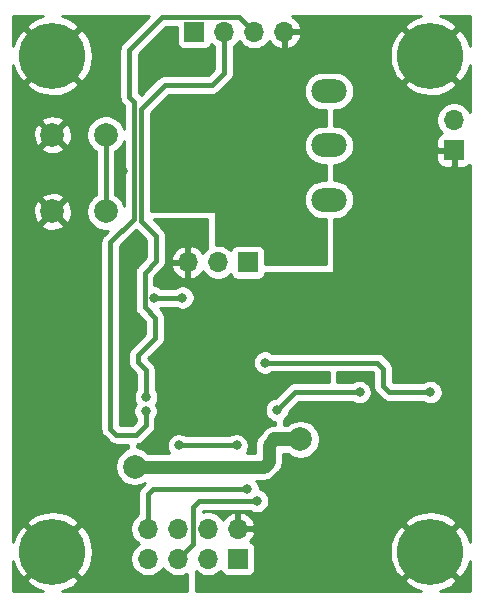
<source format=gbr>
G04 #@! TF.GenerationSoftware,KiCad,Pcbnew,5.1.9-73d0e3b20d~88~ubuntu18.04.1*
G04 #@! TF.CreationDate,2021-01-31T19:09:56+01:00*
G04 #@! TF.ProjectId,stm32_slave_bat,73746d33-325f-4736-9c61-76655f626174,rev?*
G04 #@! TF.SameCoordinates,Original*
G04 #@! TF.FileFunction,Copper,L2,Bot*
G04 #@! TF.FilePolarity,Positive*
%FSLAX46Y46*%
G04 Gerber Fmt 4.6, Leading zero omitted, Abs format (unit mm)*
G04 Created by KiCad (PCBNEW 5.1.9-73d0e3b20d~88~ubuntu18.04.1) date 2021-01-31 19:09:56*
%MOMM*%
%LPD*%
G01*
G04 APERTURE LIST*
G04 #@! TA.AperFunction,ComponentPad*
%ADD10C,2.000000*%
G04 #@! TD*
G04 #@! TA.AperFunction,ComponentPad*
%ADD11R,1.700000X1.700000*%
G04 #@! TD*
G04 #@! TA.AperFunction,ComponentPad*
%ADD12O,1.700000X1.700000*%
G04 #@! TD*
G04 #@! TA.AperFunction,ComponentPad*
%ADD13O,3.000000X2.000000*%
G04 #@! TD*
G04 #@! TA.AperFunction,ComponentPad*
%ADD14C,5.600000*%
G04 #@! TD*
G04 #@! TA.AperFunction,ViaPad*
%ADD15C,1.600000*%
G04 #@! TD*
G04 #@! TA.AperFunction,ViaPad*
%ADD16C,1.200000*%
G04 #@! TD*
G04 #@! TA.AperFunction,ViaPad*
%ADD17C,0.800000*%
G04 #@! TD*
G04 #@! TA.AperFunction,ViaPad*
%ADD18C,2.000000*%
G04 #@! TD*
G04 #@! TA.AperFunction,ViaPad*
%ADD19C,1.400000*%
G04 #@! TD*
G04 #@! TA.AperFunction,Conductor*
%ADD20C,0.400000*%
G04 #@! TD*
G04 #@! TA.AperFunction,Conductor*
%ADD21C,0.250000*%
G04 #@! TD*
G04 #@! TA.AperFunction,Conductor*
%ADD22C,1.100000*%
G04 #@! TD*
G04 #@! TA.AperFunction,Conductor*
%ADD23C,1.150000*%
G04 #@! TD*
G04 #@! TA.AperFunction,Conductor*
%ADD24C,0.254000*%
G04 #@! TD*
G04 #@! TA.AperFunction,Conductor*
%ADD25C,0.100000*%
G04 #@! TD*
G04 APERTURE END LIST*
D10*
X218500000Y-117200000D03*
X214000000Y-117200000D03*
X218500000Y-110700000D03*
X214000000Y-110700000D03*
D11*
X229700000Y-146600000D03*
D12*
X229700000Y-144060000D03*
X227160000Y-146600000D03*
X227160000Y-144060000D03*
X224620000Y-146600000D03*
X224620000Y-144060000D03*
X222080000Y-146600000D03*
X222080000Y-144060000D03*
D11*
X248000000Y-112000000D03*
D12*
X248000000Y-109460000D03*
D11*
X226000000Y-102000000D03*
D12*
X228540000Y-102000000D03*
X231080000Y-102000000D03*
X233620000Y-102000000D03*
D13*
X237400000Y-107000000D03*
X237400000Y-111600000D03*
X237400000Y-116200000D03*
D11*
X230540000Y-121500000D03*
D12*
X228000000Y-121500000D03*
X225460000Y-121500000D03*
D14*
X214000000Y-146000000D03*
X214000000Y-104000000D03*
X246000000Y-104000000D03*
X246000000Y-146000000D03*
D15*
X214000000Y-141500000D03*
X218500000Y-146000000D03*
X217500000Y-142500000D03*
D16*
X242000000Y-119000000D03*
X242000000Y-125000000D03*
D17*
X225000000Y-135250000D03*
X226500000Y-124500000D03*
X232000000Y-126500000D03*
X229500000Y-125500000D03*
X239000000Y-137000000D03*
D15*
X247500000Y-140000000D03*
X247500000Y-135000000D03*
D16*
X248000000Y-130000000D03*
X248000000Y-125000000D03*
D15*
X247500000Y-120000000D03*
D18*
X226750000Y-131000000D03*
D15*
X214000000Y-128250000D03*
X216000000Y-114000000D03*
X234000000Y-140500000D03*
D17*
X221250000Y-120250000D03*
X218000000Y-136500000D03*
X217500000Y-122000000D03*
D15*
X211500000Y-114000000D03*
D17*
X220000000Y-113800000D03*
X222000000Y-105500000D03*
X223500000Y-102500000D03*
D15*
X219000000Y-102500000D03*
X218000000Y-107500000D03*
X231000000Y-105250000D03*
X247500000Y-116000000D03*
D19*
X236000000Y-126500000D03*
D15*
X241600000Y-128000000D03*
X237500000Y-102250000D03*
D17*
X211500000Y-137500000D03*
X211750000Y-132500000D03*
X211750000Y-127500000D03*
X211750000Y-122500000D03*
X211500000Y-117500000D03*
X241250000Y-147500000D03*
X241250000Y-144500000D03*
X243750000Y-142500000D03*
X236250000Y-147500000D03*
X236250000Y-145750000D03*
X233750000Y-142750000D03*
D15*
X226000000Y-126500000D03*
D17*
X242500000Y-101500000D03*
X212000000Y-108250000D03*
X241750000Y-104000000D03*
D18*
X230250000Y-114250000D03*
X226250000Y-114250000D03*
D17*
X226500000Y-128750000D03*
D18*
X234650000Y-114250000D03*
D17*
X234000000Y-112250000D03*
X230250000Y-116750000D03*
X228250000Y-112000000D03*
X223000000Y-112250000D03*
X225000000Y-124500000D03*
X222600000Y-124500000D03*
D18*
X220950000Y-138800000D03*
X235000000Y-136500000D03*
D17*
X231300000Y-141700000D03*
X229600000Y-137000000D03*
X224700000Y-137000000D03*
X230500000Y-140700000D03*
X221884002Y-134100000D03*
X221900000Y-132900000D03*
X233000000Y-134000000D03*
X240000000Y-132500000D03*
X232000000Y-130000000D03*
X246000000Y-132500000D03*
D20*
X225000000Y-124500000D02*
X222600000Y-124500000D01*
D21*
X222600000Y-124500000D02*
X222600000Y-124500000D01*
D20*
X218500000Y-117200000D02*
X218500000Y-110700000D01*
D22*
X231900000Y-138800000D02*
X220950000Y-138800000D01*
X232800000Y-136500000D02*
X232300000Y-137000000D01*
X232300000Y-137000000D02*
X232300000Y-138400000D01*
X232300000Y-138400000D02*
X231900000Y-138800000D01*
D23*
X232800000Y-136500000D02*
X235000000Y-136500000D01*
D20*
X225870001Y-145349999D02*
X224620000Y-146600000D01*
X225870001Y-142229999D02*
X225870001Y-145349999D01*
X226400000Y-141700000D02*
X225870001Y-142229999D01*
X231300000Y-141700000D02*
X226400000Y-141700000D01*
X229600000Y-137000000D02*
X224700000Y-137000000D01*
X230500000Y-140700000D02*
X222500000Y-140700000D01*
X222080000Y-141120000D02*
X222080000Y-144060000D01*
X222500000Y-140700000D02*
X222080000Y-141120000D01*
X220899990Y-107899990D02*
X220500000Y-107500000D01*
X221884002Y-134100000D02*
X221884002Y-135315998D01*
X221884002Y-135315998D02*
X221100000Y-136100000D01*
X221100000Y-136100000D02*
X219400000Y-136100000D01*
X220899990Y-117800010D02*
X220899990Y-107899990D01*
X219400000Y-136100000D02*
X218900000Y-135600000D01*
X218900000Y-119800000D02*
X220899990Y-117800010D01*
X220500000Y-107500000D02*
X220500000Y-103500000D01*
X218900000Y-135600000D02*
X218900000Y-119800000D01*
X229829999Y-100749999D02*
X231080000Y-102000000D01*
X223250001Y-100749999D02*
X229829999Y-100749999D01*
X220500000Y-103500000D02*
X223250001Y-100749999D01*
X221900000Y-130600000D02*
X221900000Y-132900000D01*
X221250000Y-129950000D02*
X221900000Y-130600000D01*
X222700000Y-127900000D02*
X221250000Y-129350000D01*
X222700000Y-126200000D02*
X222700000Y-127900000D01*
X221799999Y-125299999D02*
X222700000Y-126200000D01*
X222750000Y-121434002D02*
X221799999Y-122384003D01*
X221799999Y-122384003D02*
X221799999Y-125299999D01*
X222750000Y-119250000D02*
X222750000Y-121434002D01*
X221250000Y-129350000D02*
X221250000Y-129950000D01*
X228540000Y-105460000D02*
X227500000Y-106500000D01*
X228540000Y-102000000D02*
X228540000Y-105460000D01*
X223500000Y-106500000D02*
X221500000Y-108500000D01*
X221500000Y-108500000D02*
X221500000Y-118000000D01*
X227500000Y-106500000D02*
X223500000Y-106500000D01*
X221500000Y-118000000D02*
X222750000Y-119250000D01*
X234500000Y-132500000D02*
X240000000Y-132500000D01*
X233000000Y-134000000D02*
X234500000Y-132500000D01*
D23*
X229900000Y-146400000D02*
X229700000Y-146600000D01*
D20*
X242500000Y-132500000D02*
X246000000Y-132500000D01*
X242000000Y-130500000D02*
X242000000Y-132000000D01*
X232000000Y-130000000D02*
X241500000Y-130000000D01*
X242000000Y-132000000D02*
X242500000Y-132500000D01*
X241500000Y-130000000D02*
X242000000Y-130500000D01*
D24*
X212686994Y-100807870D02*
X212089470Y-101125361D01*
X212075308Y-101134823D01*
X211763124Y-101583519D01*
X214000000Y-103820395D01*
X216236876Y-101583519D01*
X215924692Y-101134823D01*
X215328741Y-100814388D01*
X214824276Y-100660000D01*
X222159131Y-100660000D01*
X219938574Y-102880559D01*
X219906710Y-102906709D01*
X219880562Y-102938571D01*
X219802364Y-103033855D01*
X219724828Y-103178914D01*
X219677082Y-103336312D01*
X219660960Y-103500000D01*
X219665001Y-103541028D01*
X219665000Y-107458981D01*
X219660960Y-107500000D01*
X219665000Y-107541018D01*
X219677082Y-107663688D01*
X219724828Y-107821086D01*
X219802364Y-107966145D01*
X219906709Y-108093291D01*
X219938579Y-108119446D01*
X220064991Y-108245858D01*
X220064991Y-110205761D01*
X219948918Y-109925537D01*
X219769987Y-109657748D01*
X219542252Y-109430013D01*
X219274463Y-109251082D01*
X218976912Y-109127832D01*
X218661033Y-109065000D01*
X218338967Y-109065000D01*
X218023088Y-109127832D01*
X217725537Y-109251082D01*
X217457748Y-109430013D01*
X217230013Y-109657748D01*
X217051082Y-109925537D01*
X216927832Y-110223088D01*
X216865000Y-110538967D01*
X216865000Y-110861033D01*
X216927832Y-111176912D01*
X217051082Y-111474463D01*
X217230013Y-111742252D01*
X217457748Y-111969987D01*
X217665001Y-112108469D01*
X217665000Y-115791531D01*
X217457748Y-115930013D01*
X217230013Y-116157748D01*
X217051082Y-116425537D01*
X216927832Y-116723088D01*
X216865000Y-117038967D01*
X216865000Y-117361033D01*
X216927832Y-117676912D01*
X217051082Y-117974463D01*
X217230013Y-118242252D01*
X217457748Y-118469987D01*
X217725537Y-118648918D01*
X218023088Y-118772168D01*
X218338967Y-118835000D01*
X218661033Y-118835000D01*
X218689869Y-118829264D01*
X218338574Y-119180559D01*
X218306710Y-119206709D01*
X218280562Y-119238571D01*
X218202364Y-119333855D01*
X218124828Y-119478914D01*
X218077082Y-119636312D01*
X218060960Y-119800000D01*
X218065001Y-119841029D01*
X218065000Y-135558981D01*
X218060960Y-135600000D01*
X218065000Y-135641018D01*
X218077082Y-135763688D01*
X218124828Y-135921086D01*
X218202364Y-136066145D01*
X218306709Y-136193291D01*
X218338578Y-136219445D01*
X218780558Y-136661426D01*
X218806709Y-136693291D01*
X218933854Y-136797636D01*
X219078913Y-136875172D01*
X219236311Y-136922918D01*
X219358981Y-136935000D01*
X219358982Y-136935000D01*
X219400000Y-136939040D01*
X219441018Y-136935000D01*
X220373000Y-136935000D01*
X220373000Y-137269290D01*
X220175537Y-137351082D01*
X219907748Y-137530013D01*
X219680013Y-137757748D01*
X219501082Y-138025537D01*
X219377832Y-138323088D01*
X219315000Y-138638967D01*
X219315000Y-138961033D01*
X219377832Y-139276912D01*
X219501082Y-139574463D01*
X219680013Y-139842252D01*
X219907748Y-140069987D01*
X220175537Y-140248918D01*
X220473088Y-140372168D01*
X220788967Y-140435000D01*
X221111033Y-140435000D01*
X221426912Y-140372168D01*
X221724463Y-140248918D01*
X221862342Y-140156790D01*
X221518578Y-140500555D01*
X221486709Y-140526709D01*
X221428153Y-140598061D01*
X221382364Y-140653855D01*
X221304828Y-140798914D01*
X221257082Y-140956312D01*
X221240960Y-141120000D01*
X221245000Y-141161019D01*
X221245001Y-142831935D01*
X221133368Y-142906525D01*
X220926525Y-143113368D01*
X220764010Y-143356589D01*
X220652068Y-143626842D01*
X220595000Y-143913740D01*
X220595000Y-144206260D01*
X220652068Y-144493158D01*
X220764010Y-144763411D01*
X220926525Y-145006632D01*
X221133368Y-145213475D01*
X221307760Y-145330000D01*
X221133368Y-145446525D01*
X220926525Y-145653368D01*
X220764010Y-145896589D01*
X220652068Y-146166842D01*
X220595000Y-146453740D01*
X220595000Y-146746260D01*
X220652068Y-147033158D01*
X220764010Y-147303411D01*
X220926525Y-147546632D01*
X221133368Y-147753475D01*
X221376589Y-147915990D01*
X221646842Y-148027932D01*
X221933740Y-148085000D01*
X222226260Y-148085000D01*
X222513158Y-148027932D01*
X222783411Y-147915990D01*
X223026632Y-147753475D01*
X223233475Y-147546632D01*
X223350000Y-147372240D01*
X223466525Y-147546632D01*
X223673368Y-147753475D01*
X223916589Y-147915990D01*
X224186842Y-148027932D01*
X224473740Y-148085000D01*
X224766260Y-148085000D01*
X225053158Y-148027932D01*
X225323411Y-147915990D01*
X225373000Y-147882856D01*
X225373000Y-149340000D01*
X214821179Y-149340000D01*
X215313006Y-149192130D01*
X215910530Y-148874639D01*
X215924692Y-148865177D01*
X216236876Y-148416481D01*
X214000000Y-146179605D01*
X211763124Y-148416481D01*
X212075308Y-148865177D01*
X212671259Y-149185612D01*
X213175724Y-149340000D01*
X210660000Y-149340000D01*
X210660000Y-146821179D01*
X210807870Y-147313006D01*
X211125361Y-147910530D01*
X211134823Y-147924692D01*
X211583519Y-148236876D01*
X213820395Y-146000000D01*
X214179605Y-146000000D01*
X216416481Y-148236876D01*
X216865177Y-147924692D01*
X217185612Y-147328741D01*
X217383626Y-146681727D01*
X217451610Y-146008516D01*
X217386949Y-145334977D01*
X217192130Y-144686994D01*
X216874639Y-144089470D01*
X216865177Y-144075308D01*
X216416481Y-143763124D01*
X214179605Y-146000000D01*
X213820395Y-146000000D01*
X211583519Y-143763124D01*
X211134823Y-144075308D01*
X210814388Y-144671259D01*
X210660000Y-145175724D01*
X210660000Y-143583519D01*
X211763124Y-143583519D01*
X214000000Y-145820395D01*
X216236876Y-143583519D01*
X215924692Y-143134823D01*
X215328741Y-142814388D01*
X214681727Y-142616374D01*
X214008516Y-142548390D01*
X213334977Y-142613051D01*
X212686994Y-142807870D01*
X212089470Y-143125361D01*
X212075308Y-143134823D01*
X211763124Y-143583519D01*
X210660000Y-143583519D01*
X210660000Y-118335413D01*
X213044192Y-118335413D01*
X213139956Y-118599814D01*
X213429571Y-118740704D01*
X213741108Y-118822384D01*
X214062595Y-118841718D01*
X214381675Y-118797961D01*
X214686088Y-118692795D01*
X214860044Y-118599814D01*
X214955808Y-118335413D01*
X214000000Y-117379605D01*
X213044192Y-118335413D01*
X210660000Y-118335413D01*
X210660000Y-117262595D01*
X212358282Y-117262595D01*
X212402039Y-117581675D01*
X212507205Y-117886088D01*
X212600186Y-118060044D01*
X212864587Y-118155808D01*
X213820395Y-117200000D01*
X214179605Y-117200000D01*
X215135413Y-118155808D01*
X215399814Y-118060044D01*
X215540704Y-117770429D01*
X215622384Y-117458892D01*
X215641718Y-117137405D01*
X215597961Y-116818325D01*
X215492795Y-116513912D01*
X215399814Y-116339956D01*
X215135413Y-116244192D01*
X214179605Y-117200000D01*
X213820395Y-117200000D01*
X212864587Y-116244192D01*
X212600186Y-116339956D01*
X212459296Y-116629571D01*
X212377616Y-116941108D01*
X212358282Y-117262595D01*
X210660000Y-117262595D01*
X210660000Y-116064587D01*
X213044192Y-116064587D01*
X214000000Y-117020395D01*
X214955808Y-116064587D01*
X214860044Y-115800186D01*
X214570429Y-115659296D01*
X214258892Y-115577616D01*
X213937405Y-115558282D01*
X213618325Y-115602039D01*
X213313912Y-115707205D01*
X213139956Y-115800186D01*
X213044192Y-116064587D01*
X210660000Y-116064587D01*
X210660000Y-111835413D01*
X213044192Y-111835413D01*
X213139956Y-112099814D01*
X213429571Y-112240704D01*
X213741108Y-112322384D01*
X214062595Y-112341718D01*
X214381675Y-112297961D01*
X214686088Y-112192795D01*
X214860044Y-112099814D01*
X214955808Y-111835413D01*
X214000000Y-110879605D01*
X213044192Y-111835413D01*
X210660000Y-111835413D01*
X210660000Y-110762595D01*
X212358282Y-110762595D01*
X212402039Y-111081675D01*
X212507205Y-111386088D01*
X212600186Y-111560044D01*
X212864587Y-111655808D01*
X213820395Y-110700000D01*
X214179605Y-110700000D01*
X215135413Y-111655808D01*
X215399814Y-111560044D01*
X215540704Y-111270429D01*
X215622384Y-110958892D01*
X215641718Y-110637405D01*
X215597961Y-110318325D01*
X215492795Y-110013912D01*
X215399814Y-109839956D01*
X215135413Y-109744192D01*
X214179605Y-110700000D01*
X213820395Y-110700000D01*
X212864587Y-109744192D01*
X212600186Y-109839956D01*
X212459296Y-110129571D01*
X212377616Y-110441108D01*
X212358282Y-110762595D01*
X210660000Y-110762595D01*
X210660000Y-109564587D01*
X213044192Y-109564587D01*
X214000000Y-110520395D01*
X214955808Y-109564587D01*
X214860044Y-109300186D01*
X214570429Y-109159296D01*
X214258892Y-109077616D01*
X213937405Y-109058282D01*
X213618325Y-109102039D01*
X213313912Y-109207205D01*
X213139956Y-109300186D01*
X213044192Y-109564587D01*
X210660000Y-109564587D01*
X210660000Y-106416481D01*
X211763124Y-106416481D01*
X212075308Y-106865177D01*
X212671259Y-107185612D01*
X213318273Y-107383626D01*
X213991484Y-107451610D01*
X214665023Y-107386949D01*
X215313006Y-107192130D01*
X215910530Y-106874639D01*
X215924692Y-106865177D01*
X216236876Y-106416481D01*
X214000000Y-104179605D01*
X211763124Y-106416481D01*
X210660000Y-106416481D01*
X210660000Y-104821179D01*
X210807870Y-105313006D01*
X211125361Y-105910530D01*
X211134823Y-105924692D01*
X211583519Y-106236876D01*
X213820395Y-104000000D01*
X214179605Y-104000000D01*
X216416481Y-106236876D01*
X216865177Y-105924692D01*
X217185612Y-105328741D01*
X217383626Y-104681727D01*
X217451610Y-104008516D01*
X217386949Y-103334977D01*
X217192130Y-102686994D01*
X216874639Y-102089470D01*
X216865177Y-102075308D01*
X216416481Y-101763124D01*
X214179605Y-104000000D01*
X213820395Y-104000000D01*
X211583519Y-101763124D01*
X211134823Y-102075308D01*
X210814388Y-102671259D01*
X210660000Y-103175724D01*
X210660000Y-100660000D01*
X213178821Y-100660000D01*
X212686994Y-100807870D01*
G04 #@! TA.AperFunction,Conductor*
D25*
G36*
X212686994Y-100807870D02*
G01*
X212089470Y-101125361D01*
X212075308Y-101134823D01*
X211763124Y-101583519D01*
X214000000Y-103820395D01*
X216236876Y-101583519D01*
X215924692Y-101134823D01*
X215328741Y-100814388D01*
X214824276Y-100660000D01*
X222159131Y-100660000D01*
X219938574Y-102880559D01*
X219906710Y-102906709D01*
X219880562Y-102938571D01*
X219802364Y-103033855D01*
X219724828Y-103178914D01*
X219677082Y-103336312D01*
X219660960Y-103500000D01*
X219665001Y-103541028D01*
X219665000Y-107458981D01*
X219660960Y-107500000D01*
X219665000Y-107541018D01*
X219677082Y-107663688D01*
X219724828Y-107821086D01*
X219802364Y-107966145D01*
X219906709Y-108093291D01*
X219938579Y-108119446D01*
X220064991Y-108245858D01*
X220064991Y-110205761D01*
X219948918Y-109925537D01*
X219769987Y-109657748D01*
X219542252Y-109430013D01*
X219274463Y-109251082D01*
X218976912Y-109127832D01*
X218661033Y-109065000D01*
X218338967Y-109065000D01*
X218023088Y-109127832D01*
X217725537Y-109251082D01*
X217457748Y-109430013D01*
X217230013Y-109657748D01*
X217051082Y-109925537D01*
X216927832Y-110223088D01*
X216865000Y-110538967D01*
X216865000Y-110861033D01*
X216927832Y-111176912D01*
X217051082Y-111474463D01*
X217230013Y-111742252D01*
X217457748Y-111969987D01*
X217665001Y-112108469D01*
X217665000Y-115791531D01*
X217457748Y-115930013D01*
X217230013Y-116157748D01*
X217051082Y-116425537D01*
X216927832Y-116723088D01*
X216865000Y-117038967D01*
X216865000Y-117361033D01*
X216927832Y-117676912D01*
X217051082Y-117974463D01*
X217230013Y-118242252D01*
X217457748Y-118469987D01*
X217725537Y-118648918D01*
X218023088Y-118772168D01*
X218338967Y-118835000D01*
X218661033Y-118835000D01*
X218689869Y-118829264D01*
X218338574Y-119180559D01*
X218306710Y-119206709D01*
X218280562Y-119238571D01*
X218202364Y-119333855D01*
X218124828Y-119478914D01*
X218077082Y-119636312D01*
X218060960Y-119800000D01*
X218065001Y-119841029D01*
X218065000Y-135558981D01*
X218060960Y-135600000D01*
X218065000Y-135641018D01*
X218077082Y-135763688D01*
X218124828Y-135921086D01*
X218202364Y-136066145D01*
X218306709Y-136193291D01*
X218338578Y-136219445D01*
X218780558Y-136661426D01*
X218806709Y-136693291D01*
X218933854Y-136797636D01*
X219078913Y-136875172D01*
X219236311Y-136922918D01*
X219358981Y-136935000D01*
X219358982Y-136935000D01*
X219400000Y-136939040D01*
X219441018Y-136935000D01*
X220373000Y-136935000D01*
X220373000Y-137269290D01*
X220175537Y-137351082D01*
X219907748Y-137530013D01*
X219680013Y-137757748D01*
X219501082Y-138025537D01*
X219377832Y-138323088D01*
X219315000Y-138638967D01*
X219315000Y-138961033D01*
X219377832Y-139276912D01*
X219501082Y-139574463D01*
X219680013Y-139842252D01*
X219907748Y-140069987D01*
X220175537Y-140248918D01*
X220473088Y-140372168D01*
X220788967Y-140435000D01*
X221111033Y-140435000D01*
X221426912Y-140372168D01*
X221724463Y-140248918D01*
X221862342Y-140156790D01*
X221518578Y-140500555D01*
X221486709Y-140526709D01*
X221428153Y-140598061D01*
X221382364Y-140653855D01*
X221304828Y-140798914D01*
X221257082Y-140956312D01*
X221240960Y-141120000D01*
X221245000Y-141161019D01*
X221245001Y-142831935D01*
X221133368Y-142906525D01*
X220926525Y-143113368D01*
X220764010Y-143356589D01*
X220652068Y-143626842D01*
X220595000Y-143913740D01*
X220595000Y-144206260D01*
X220652068Y-144493158D01*
X220764010Y-144763411D01*
X220926525Y-145006632D01*
X221133368Y-145213475D01*
X221307760Y-145330000D01*
X221133368Y-145446525D01*
X220926525Y-145653368D01*
X220764010Y-145896589D01*
X220652068Y-146166842D01*
X220595000Y-146453740D01*
X220595000Y-146746260D01*
X220652068Y-147033158D01*
X220764010Y-147303411D01*
X220926525Y-147546632D01*
X221133368Y-147753475D01*
X221376589Y-147915990D01*
X221646842Y-148027932D01*
X221933740Y-148085000D01*
X222226260Y-148085000D01*
X222513158Y-148027932D01*
X222783411Y-147915990D01*
X223026632Y-147753475D01*
X223233475Y-147546632D01*
X223350000Y-147372240D01*
X223466525Y-147546632D01*
X223673368Y-147753475D01*
X223916589Y-147915990D01*
X224186842Y-148027932D01*
X224473740Y-148085000D01*
X224766260Y-148085000D01*
X225053158Y-148027932D01*
X225323411Y-147915990D01*
X225373000Y-147882856D01*
X225373000Y-149340000D01*
X214821179Y-149340000D01*
X215313006Y-149192130D01*
X215910530Y-148874639D01*
X215924692Y-148865177D01*
X216236876Y-148416481D01*
X214000000Y-146179605D01*
X211763124Y-148416481D01*
X212075308Y-148865177D01*
X212671259Y-149185612D01*
X213175724Y-149340000D01*
X210660000Y-149340000D01*
X210660000Y-146821179D01*
X210807870Y-147313006D01*
X211125361Y-147910530D01*
X211134823Y-147924692D01*
X211583519Y-148236876D01*
X213820395Y-146000000D01*
X214179605Y-146000000D01*
X216416481Y-148236876D01*
X216865177Y-147924692D01*
X217185612Y-147328741D01*
X217383626Y-146681727D01*
X217451610Y-146008516D01*
X217386949Y-145334977D01*
X217192130Y-144686994D01*
X216874639Y-144089470D01*
X216865177Y-144075308D01*
X216416481Y-143763124D01*
X214179605Y-146000000D01*
X213820395Y-146000000D01*
X211583519Y-143763124D01*
X211134823Y-144075308D01*
X210814388Y-144671259D01*
X210660000Y-145175724D01*
X210660000Y-143583519D01*
X211763124Y-143583519D01*
X214000000Y-145820395D01*
X216236876Y-143583519D01*
X215924692Y-143134823D01*
X215328741Y-142814388D01*
X214681727Y-142616374D01*
X214008516Y-142548390D01*
X213334977Y-142613051D01*
X212686994Y-142807870D01*
X212089470Y-143125361D01*
X212075308Y-143134823D01*
X211763124Y-143583519D01*
X210660000Y-143583519D01*
X210660000Y-118335413D01*
X213044192Y-118335413D01*
X213139956Y-118599814D01*
X213429571Y-118740704D01*
X213741108Y-118822384D01*
X214062595Y-118841718D01*
X214381675Y-118797961D01*
X214686088Y-118692795D01*
X214860044Y-118599814D01*
X214955808Y-118335413D01*
X214000000Y-117379605D01*
X213044192Y-118335413D01*
X210660000Y-118335413D01*
X210660000Y-117262595D01*
X212358282Y-117262595D01*
X212402039Y-117581675D01*
X212507205Y-117886088D01*
X212600186Y-118060044D01*
X212864587Y-118155808D01*
X213820395Y-117200000D01*
X214179605Y-117200000D01*
X215135413Y-118155808D01*
X215399814Y-118060044D01*
X215540704Y-117770429D01*
X215622384Y-117458892D01*
X215641718Y-117137405D01*
X215597961Y-116818325D01*
X215492795Y-116513912D01*
X215399814Y-116339956D01*
X215135413Y-116244192D01*
X214179605Y-117200000D01*
X213820395Y-117200000D01*
X212864587Y-116244192D01*
X212600186Y-116339956D01*
X212459296Y-116629571D01*
X212377616Y-116941108D01*
X212358282Y-117262595D01*
X210660000Y-117262595D01*
X210660000Y-116064587D01*
X213044192Y-116064587D01*
X214000000Y-117020395D01*
X214955808Y-116064587D01*
X214860044Y-115800186D01*
X214570429Y-115659296D01*
X214258892Y-115577616D01*
X213937405Y-115558282D01*
X213618325Y-115602039D01*
X213313912Y-115707205D01*
X213139956Y-115800186D01*
X213044192Y-116064587D01*
X210660000Y-116064587D01*
X210660000Y-111835413D01*
X213044192Y-111835413D01*
X213139956Y-112099814D01*
X213429571Y-112240704D01*
X213741108Y-112322384D01*
X214062595Y-112341718D01*
X214381675Y-112297961D01*
X214686088Y-112192795D01*
X214860044Y-112099814D01*
X214955808Y-111835413D01*
X214000000Y-110879605D01*
X213044192Y-111835413D01*
X210660000Y-111835413D01*
X210660000Y-110762595D01*
X212358282Y-110762595D01*
X212402039Y-111081675D01*
X212507205Y-111386088D01*
X212600186Y-111560044D01*
X212864587Y-111655808D01*
X213820395Y-110700000D01*
X214179605Y-110700000D01*
X215135413Y-111655808D01*
X215399814Y-111560044D01*
X215540704Y-111270429D01*
X215622384Y-110958892D01*
X215641718Y-110637405D01*
X215597961Y-110318325D01*
X215492795Y-110013912D01*
X215399814Y-109839956D01*
X215135413Y-109744192D01*
X214179605Y-110700000D01*
X213820395Y-110700000D01*
X212864587Y-109744192D01*
X212600186Y-109839956D01*
X212459296Y-110129571D01*
X212377616Y-110441108D01*
X212358282Y-110762595D01*
X210660000Y-110762595D01*
X210660000Y-109564587D01*
X213044192Y-109564587D01*
X214000000Y-110520395D01*
X214955808Y-109564587D01*
X214860044Y-109300186D01*
X214570429Y-109159296D01*
X214258892Y-109077616D01*
X213937405Y-109058282D01*
X213618325Y-109102039D01*
X213313912Y-109207205D01*
X213139956Y-109300186D01*
X213044192Y-109564587D01*
X210660000Y-109564587D01*
X210660000Y-106416481D01*
X211763124Y-106416481D01*
X212075308Y-106865177D01*
X212671259Y-107185612D01*
X213318273Y-107383626D01*
X213991484Y-107451610D01*
X214665023Y-107386949D01*
X215313006Y-107192130D01*
X215910530Y-106874639D01*
X215924692Y-106865177D01*
X216236876Y-106416481D01*
X214000000Y-104179605D01*
X211763124Y-106416481D01*
X210660000Y-106416481D01*
X210660000Y-104821179D01*
X210807870Y-105313006D01*
X211125361Y-105910530D01*
X211134823Y-105924692D01*
X211583519Y-106236876D01*
X213820395Y-104000000D01*
X214179605Y-104000000D01*
X216416481Y-106236876D01*
X216865177Y-105924692D01*
X217185612Y-105328741D01*
X217383626Y-104681727D01*
X217451610Y-104008516D01*
X217386949Y-103334977D01*
X217192130Y-102686994D01*
X216874639Y-102089470D01*
X216865177Y-102075308D01*
X216416481Y-101763124D01*
X214179605Y-104000000D01*
X213820395Y-104000000D01*
X211583519Y-101763124D01*
X211134823Y-102075308D01*
X210814388Y-102671259D01*
X210660000Y-103175724D01*
X210660000Y-100660000D01*
X213178821Y-100660000D01*
X212686994Y-100807870D01*
G37*
G04 #@! TD.AperFunction*
D24*
X244686994Y-100807870D02*
X244089470Y-101125361D01*
X244075308Y-101134823D01*
X243763124Y-101583519D01*
X246000000Y-103820395D01*
X248236876Y-101583519D01*
X247924692Y-101134823D01*
X247328741Y-100814388D01*
X246824276Y-100660000D01*
X249340001Y-100660000D01*
X249340001Y-103178824D01*
X249192130Y-102686994D01*
X248874639Y-102089470D01*
X248865177Y-102075308D01*
X248416481Y-101763124D01*
X246179605Y-104000000D01*
X248416481Y-106236876D01*
X248865177Y-105924692D01*
X249185612Y-105328741D01*
X249340001Y-104824273D01*
X249340001Y-108814556D01*
X249315990Y-108756589D01*
X249153475Y-108513368D01*
X248946632Y-108306525D01*
X248703411Y-108144010D01*
X248433158Y-108032068D01*
X248146260Y-107975000D01*
X247853740Y-107975000D01*
X247566842Y-108032068D01*
X247296589Y-108144010D01*
X247053368Y-108306525D01*
X246846525Y-108513368D01*
X246684010Y-108756589D01*
X246572068Y-109026842D01*
X246515000Y-109313740D01*
X246515000Y-109606260D01*
X246572068Y-109893158D01*
X246684010Y-110163411D01*
X246846525Y-110406632D01*
X246978380Y-110538487D01*
X246905820Y-110560498D01*
X246795506Y-110619463D01*
X246698815Y-110698815D01*
X246619463Y-110795506D01*
X246560498Y-110905820D01*
X246524188Y-111025518D01*
X246511928Y-111150000D01*
X246515000Y-111714250D01*
X246673750Y-111873000D01*
X247873000Y-111873000D01*
X247873000Y-111853000D01*
X248127000Y-111853000D01*
X248127000Y-111873000D01*
X248147000Y-111873000D01*
X248147000Y-112127000D01*
X248127000Y-112127000D01*
X248127000Y-113326250D01*
X248285750Y-113485000D01*
X248850000Y-113488072D01*
X248974482Y-113475812D01*
X249094180Y-113439502D01*
X249204494Y-113380537D01*
X249301185Y-113301185D01*
X249340001Y-113253888D01*
X249340000Y-145178821D01*
X249192130Y-144686994D01*
X248874639Y-144089470D01*
X248865177Y-144075308D01*
X248416481Y-143763124D01*
X246179605Y-146000000D01*
X248416481Y-148236876D01*
X248865177Y-147924692D01*
X249185612Y-147328741D01*
X249340000Y-146824275D01*
X249340000Y-149340000D01*
X246821179Y-149340000D01*
X247313006Y-149192130D01*
X247910530Y-148874639D01*
X247924692Y-148865177D01*
X248236876Y-148416481D01*
X246000000Y-146179605D01*
X243763124Y-148416481D01*
X244075308Y-148865177D01*
X244671259Y-149185612D01*
X245175724Y-149340000D01*
X226127000Y-149340000D01*
X226127000Y-147667107D01*
X226213368Y-147753475D01*
X226456589Y-147915990D01*
X226726842Y-148027932D01*
X227013740Y-148085000D01*
X227306260Y-148085000D01*
X227593158Y-148027932D01*
X227863411Y-147915990D01*
X228106632Y-147753475D01*
X228238487Y-147621620D01*
X228260498Y-147694180D01*
X228319463Y-147804494D01*
X228398815Y-147901185D01*
X228495506Y-147980537D01*
X228605820Y-148039502D01*
X228725518Y-148075812D01*
X228850000Y-148088072D01*
X230550000Y-148088072D01*
X230674482Y-148075812D01*
X230794180Y-148039502D01*
X230904494Y-147980537D01*
X231001185Y-147901185D01*
X231080537Y-147804494D01*
X231139502Y-147694180D01*
X231175812Y-147574482D01*
X231188072Y-147450000D01*
X231188072Y-145991484D01*
X242548390Y-145991484D01*
X242613051Y-146665023D01*
X242807870Y-147313006D01*
X243125361Y-147910530D01*
X243134823Y-147924692D01*
X243583519Y-148236876D01*
X245820395Y-146000000D01*
X243583519Y-143763124D01*
X243134823Y-144075308D01*
X242814388Y-144671259D01*
X242616374Y-145318273D01*
X242548390Y-145991484D01*
X231188072Y-145991484D01*
X231188072Y-145750000D01*
X231175812Y-145625518D01*
X231139502Y-145505820D01*
X231080537Y-145395506D01*
X231001185Y-145298815D01*
X230904494Y-145219463D01*
X230794180Y-145160498D01*
X230718374Y-145137502D01*
X230895178Y-144941355D01*
X231044157Y-144691252D01*
X231141481Y-144416891D01*
X231020814Y-144187000D01*
X229827000Y-144187000D01*
X229827000Y-144207000D01*
X229573000Y-144207000D01*
X229573000Y-144187000D01*
X229553000Y-144187000D01*
X229553000Y-143933000D01*
X229573000Y-143933000D01*
X229573000Y-142739845D01*
X229827000Y-142739845D01*
X229827000Y-143933000D01*
X231020814Y-143933000D01*
X231141481Y-143703109D01*
X231099059Y-143583519D01*
X243763124Y-143583519D01*
X246000000Y-145820395D01*
X248236876Y-143583519D01*
X247924692Y-143134823D01*
X247328741Y-142814388D01*
X246681727Y-142616374D01*
X246008516Y-142548390D01*
X245334977Y-142613051D01*
X244686994Y-142807870D01*
X244089470Y-143125361D01*
X244075308Y-143134823D01*
X243763124Y-143583519D01*
X231099059Y-143583519D01*
X231044157Y-143428748D01*
X230895178Y-143178645D01*
X230700269Y-142962412D01*
X230466920Y-142788359D01*
X230204099Y-142663175D01*
X230056890Y-142618524D01*
X229827000Y-142739845D01*
X229573000Y-142739845D01*
X229343110Y-142618524D01*
X229195901Y-142663175D01*
X228933080Y-142788359D01*
X228699731Y-142962412D01*
X228504822Y-143178645D01*
X228435195Y-143295534D01*
X228313475Y-143113368D01*
X228106632Y-142906525D01*
X227863411Y-142744010D01*
X227593158Y-142632068D01*
X227306260Y-142575000D01*
X227013740Y-142575000D01*
X226726842Y-142632068D01*
X226705001Y-142641115D01*
X226705001Y-142575866D01*
X226745868Y-142535000D01*
X230686715Y-142535000D01*
X230809744Y-142617205D01*
X230998102Y-142695226D01*
X231198061Y-142735000D01*
X231401939Y-142735000D01*
X231601898Y-142695226D01*
X231790256Y-142617205D01*
X231959774Y-142503937D01*
X232103937Y-142359774D01*
X232217205Y-142190256D01*
X232295226Y-142001898D01*
X232335000Y-141801939D01*
X232335000Y-141598061D01*
X232295226Y-141398102D01*
X232217205Y-141209744D01*
X232103937Y-141040226D01*
X231959774Y-140896063D01*
X231790256Y-140782795D01*
X231601898Y-140704774D01*
X231535000Y-140691467D01*
X231535000Y-140598061D01*
X231495226Y-140398102D01*
X231417205Y-140209744D01*
X231303937Y-140040226D01*
X231248711Y-139985000D01*
X231841801Y-139985000D01*
X231900000Y-139990732D01*
X231958199Y-139985000D01*
X231958207Y-139985000D01*
X232132300Y-139967853D01*
X232355674Y-139900094D01*
X232561536Y-139790058D01*
X232741975Y-139641975D01*
X232779083Y-139596759D01*
X233096759Y-139279083D01*
X233141975Y-139241975D01*
X233290058Y-139061536D01*
X233400094Y-138855674D01*
X233467853Y-138632300D01*
X233485000Y-138458207D01*
X233485000Y-138458200D01*
X233490732Y-138400001D01*
X233485000Y-138341802D01*
X233485000Y-137710000D01*
X233897761Y-137710000D01*
X233957748Y-137769987D01*
X234225537Y-137948918D01*
X234523088Y-138072168D01*
X234838967Y-138135000D01*
X235161033Y-138135000D01*
X235476912Y-138072168D01*
X235774463Y-137948918D01*
X236042252Y-137769987D01*
X236269987Y-137542252D01*
X236448918Y-137274463D01*
X236572168Y-136976912D01*
X236635000Y-136661033D01*
X236635000Y-136338967D01*
X236572168Y-136023088D01*
X236448918Y-135725537D01*
X236269987Y-135457748D01*
X236042252Y-135230013D01*
X235774463Y-135051082D01*
X235476912Y-134927832D01*
X235161033Y-134865000D01*
X234838967Y-134865000D01*
X234523088Y-134927832D01*
X234225537Y-135051082D01*
X233957748Y-135230013D01*
X233897761Y-135290000D01*
X233627000Y-135290000D01*
X233627000Y-134825836D01*
X233659774Y-134803937D01*
X233803937Y-134659774D01*
X233917205Y-134490256D01*
X233995226Y-134301898D01*
X234024093Y-134156775D01*
X234845868Y-133335000D01*
X239386715Y-133335000D01*
X239509744Y-133417205D01*
X239698102Y-133495226D01*
X239898061Y-133535000D01*
X240101939Y-133535000D01*
X240301898Y-133495226D01*
X240490256Y-133417205D01*
X240659774Y-133303937D01*
X240803937Y-133159774D01*
X240917205Y-132990256D01*
X240995226Y-132801898D01*
X241035000Y-132601939D01*
X241035000Y-132398061D01*
X240995226Y-132198102D01*
X240917205Y-132009744D01*
X240803937Y-131840226D01*
X240659774Y-131696063D01*
X240490256Y-131582795D01*
X240301898Y-131504774D01*
X240101939Y-131465000D01*
X239898061Y-131465000D01*
X239698102Y-131504774D01*
X239509744Y-131582795D01*
X239386715Y-131665000D01*
X238127000Y-131665000D01*
X238127000Y-130835000D01*
X241154133Y-130835000D01*
X241165000Y-130845868D01*
X241165001Y-131958972D01*
X241160960Y-132000000D01*
X241177082Y-132163688D01*
X241224828Y-132321086D01*
X241272217Y-132409744D01*
X241302365Y-132466146D01*
X241406710Y-132593291D01*
X241438574Y-132619441D01*
X241880558Y-133061426D01*
X241906709Y-133093291D01*
X242033854Y-133197636D01*
X242178913Y-133275172D01*
X242336311Y-133322918D01*
X242458981Y-133335000D01*
X242458982Y-133335000D01*
X242500000Y-133339040D01*
X242541018Y-133335000D01*
X245386715Y-133335000D01*
X245509744Y-133417205D01*
X245698102Y-133495226D01*
X245898061Y-133535000D01*
X246101939Y-133535000D01*
X246301898Y-133495226D01*
X246490256Y-133417205D01*
X246659774Y-133303937D01*
X246803937Y-133159774D01*
X246917205Y-132990256D01*
X246995226Y-132801898D01*
X247035000Y-132601939D01*
X247035000Y-132398061D01*
X246995226Y-132198102D01*
X246917205Y-132009744D01*
X246803937Y-131840226D01*
X246659774Y-131696063D01*
X246490256Y-131582795D01*
X246301898Y-131504774D01*
X246101939Y-131465000D01*
X245898061Y-131465000D01*
X245698102Y-131504774D01*
X245509744Y-131582795D01*
X245386715Y-131665000D01*
X242845868Y-131665000D01*
X242835000Y-131654133D01*
X242835000Y-130541018D01*
X242839040Y-130500000D01*
X242826772Y-130375440D01*
X242822918Y-130336311D01*
X242775172Y-130178913D01*
X242697636Y-130033854D01*
X242593291Y-129906709D01*
X242561427Y-129880559D01*
X242119445Y-129438578D01*
X242093291Y-129406709D01*
X241966146Y-129302364D01*
X241821087Y-129224828D01*
X241663689Y-129177082D01*
X241541019Y-129165000D01*
X241541018Y-129165000D01*
X241500000Y-129160960D01*
X241458982Y-129165000D01*
X232613285Y-129165000D01*
X232490256Y-129082795D01*
X232301898Y-129004774D01*
X232101939Y-128965000D01*
X231898061Y-128965000D01*
X231698102Y-129004774D01*
X231509744Y-129082795D01*
X231340226Y-129196063D01*
X231196063Y-129340226D01*
X231082795Y-129509744D01*
X231004774Y-129698102D01*
X230965000Y-129898061D01*
X230965000Y-130101939D01*
X231004774Y-130301898D01*
X231082795Y-130490256D01*
X231196063Y-130659774D01*
X231340226Y-130803937D01*
X231509744Y-130917205D01*
X231698102Y-130995226D01*
X231898061Y-131035000D01*
X232101939Y-131035000D01*
X232301898Y-130995226D01*
X232490256Y-130917205D01*
X232613285Y-130835000D01*
X237373000Y-130835000D01*
X237373000Y-131665000D01*
X234541007Y-131665000D01*
X234499999Y-131660961D01*
X234458991Y-131665000D01*
X234458981Y-131665000D01*
X234336311Y-131677082D01*
X234178913Y-131724828D01*
X234033854Y-131802364D01*
X233906709Y-131906709D01*
X233880561Y-131938571D01*
X232843225Y-132975907D01*
X232698102Y-133004774D01*
X232509744Y-133082795D01*
X232340226Y-133196063D01*
X232196063Y-133340226D01*
X232082795Y-133509744D01*
X232004774Y-133698102D01*
X231965000Y-133898061D01*
X231965000Y-134101939D01*
X232004774Y-134301898D01*
X232082795Y-134490256D01*
X232196063Y-134659774D01*
X232340226Y-134803937D01*
X232509744Y-134917205D01*
X232698102Y-134995226D01*
X232873000Y-135030015D01*
X232873000Y-135290000D01*
X232740563Y-135290000D01*
X232562799Y-135307508D01*
X232334713Y-135376697D01*
X232124508Y-135489054D01*
X231940261Y-135640261D01*
X231789054Y-135824508D01*
X231776887Y-135847271D01*
X231503241Y-136120917D01*
X231458025Y-136158025D01*
X231309942Y-136338465D01*
X231218391Y-136509744D01*
X231199906Y-136544327D01*
X231142886Y-136732300D01*
X231132147Y-136767701D01*
X231115000Y-136941794D01*
X231115000Y-136941801D01*
X231109268Y-137000000D01*
X231115000Y-137058199D01*
X231115000Y-137615000D01*
X230433854Y-137615000D01*
X230517205Y-137490256D01*
X230595226Y-137301898D01*
X230635000Y-137101939D01*
X230635000Y-136898061D01*
X230595226Y-136698102D01*
X230517205Y-136509744D01*
X230403937Y-136340226D01*
X230259774Y-136196063D01*
X230090256Y-136082795D01*
X229901898Y-136004774D01*
X229701939Y-135965000D01*
X229498061Y-135965000D01*
X229298102Y-136004774D01*
X229109744Y-136082795D01*
X228986715Y-136165000D01*
X225313285Y-136165000D01*
X225190256Y-136082795D01*
X225001898Y-136004774D01*
X224801939Y-135965000D01*
X224598061Y-135965000D01*
X224398102Y-136004774D01*
X224209744Y-136082795D01*
X224040226Y-136196063D01*
X223896063Y-136340226D01*
X223782795Y-136509744D01*
X223704774Y-136698102D01*
X223665000Y-136898061D01*
X223665000Y-137101939D01*
X223704774Y-137301898D01*
X223782795Y-137490256D01*
X223866146Y-137615000D01*
X222077239Y-137615000D01*
X221992252Y-137530013D01*
X221724463Y-137351082D01*
X221426912Y-137227832D01*
X221127000Y-137168176D01*
X221127000Y-136936381D01*
X221141018Y-136935000D01*
X221141019Y-136935000D01*
X221263689Y-136922918D01*
X221421087Y-136875172D01*
X221566146Y-136797636D01*
X221693291Y-136693291D01*
X221719446Y-136661421D01*
X222445428Y-135935440D01*
X222477293Y-135909289D01*
X222581638Y-135782144D01*
X222659174Y-135637085D01*
X222706920Y-135479687D01*
X222719002Y-135357017D01*
X222719002Y-135357007D01*
X222723041Y-135315999D01*
X222719002Y-135274991D01*
X222719002Y-134713285D01*
X222801207Y-134590256D01*
X222879228Y-134401898D01*
X222919002Y-134201939D01*
X222919002Y-133998061D01*
X222879228Y-133798102D01*
X222801207Y-133609744D01*
X222735878Y-133511971D01*
X222817205Y-133390256D01*
X222895226Y-133201898D01*
X222935000Y-133001939D01*
X222935000Y-132798061D01*
X222895226Y-132598102D01*
X222817205Y-132409744D01*
X222735000Y-132286715D01*
X222735000Y-130641018D01*
X222739040Y-130600000D01*
X222730317Y-130511429D01*
X222722918Y-130436311D01*
X222675172Y-130278913D01*
X222597636Y-130133854D01*
X222493291Y-130006709D01*
X222461432Y-129980564D01*
X222130868Y-129650000D01*
X223261432Y-128519437D01*
X223293291Y-128493291D01*
X223397636Y-128366146D01*
X223475172Y-128221087D01*
X223522918Y-128063689D01*
X223535000Y-127941019D01*
X223535000Y-127941018D01*
X223539040Y-127900000D01*
X223535000Y-127858982D01*
X223535000Y-126241018D01*
X223539040Y-126200000D01*
X223522918Y-126036312D01*
X223475172Y-125878913D01*
X223397636Y-125733854D01*
X223319439Y-125638570D01*
X223319437Y-125638568D01*
X223293291Y-125606709D01*
X223261433Y-125580564D01*
X223094942Y-125414074D01*
X223213285Y-125335000D01*
X224386715Y-125335000D01*
X224509744Y-125417205D01*
X224698102Y-125495226D01*
X224898061Y-125535000D01*
X225101939Y-125535000D01*
X225301898Y-125495226D01*
X225490256Y-125417205D01*
X225659774Y-125303937D01*
X225803937Y-125159774D01*
X225917205Y-124990256D01*
X225995226Y-124801898D01*
X226035000Y-124601939D01*
X226035000Y-124398061D01*
X225995226Y-124198102D01*
X225917205Y-124009744D01*
X225803937Y-123840226D01*
X225659774Y-123696063D01*
X225490256Y-123582795D01*
X225301898Y-123504774D01*
X225101939Y-123465000D01*
X224898061Y-123465000D01*
X224698102Y-123504774D01*
X224509744Y-123582795D01*
X224386715Y-123665000D01*
X223213285Y-123665000D01*
X223090256Y-123582795D01*
X222901898Y-123504774D01*
X222701939Y-123465000D01*
X222634999Y-123465000D01*
X222634999Y-122729870D01*
X223311426Y-122053444D01*
X223343291Y-122027293D01*
X223447636Y-121900148D01*
X223470757Y-121856891D01*
X224018519Y-121856891D01*
X224115843Y-122131252D01*
X224264822Y-122381355D01*
X224459731Y-122597588D01*
X224693080Y-122771641D01*
X224955901Y-122896825D01*
X225103110Y-122941476D01*
X225333000Y-122820155D01*
X225333000Y-121627000D01*
X224139186Y-121627000D01*
X224018519Y-121856891D01*
X223470757Y-121856891D01*
X223525172Y-121755089D01*
X223572918Y-121597691D01*
X223585000Y-121475021D01*
X223585000Y-121475011D01*
X223589039Y-121434003D01*
X223585000Y-121392995D01*
X223585000Y-121143109D01*
X224018519Y-121143109D01*
X224139186Y-121373000D01*
X225333000Y-121373000D01*
X225333000Y-120179845D01*
X225103110Y-120058524D01*
X224955901Y-120103175D01*
X224693080Y-120228359D01*
X224459731Y-120402412D01*
X224264822Y-120618645D01*
X224115843Y-120868748D01*
X224018519Y-121143109D01*
X223585000Y-121143109D01*
X223585000Y-119291018D01*
X223589040Y-119250000D01*
X223572918Y-119086311D01*
X223525172Y-118928913D01*
X223447636Y-118783854D01*
X223369439Y-118688570D01*
X223369437Y-118688568D01*
X223343291Y-118656709D01*
X223311433Y-118630564D01*
X222557868Y-117877000D01*
X227123000Y-117877000D01*
X227123000Y-120299998D01*
X227053368Y-120346525D01*
X226846525Y-120553368D01*
X226724805Y-120735534D01*
X226655178Y-120618645D01*
X226460269Y-120402412D01*
X226226920Y-120228359D01*
X225964099Y-120103175D01*
X225816890Y-120058524D01*
X225587000Y-120179845D01*
X225587000Y-121373000D01*
X225607000Y-121373000D01*
X225607000Y-121627000D01*
X225587000Y-121627000D01*
X225587000Y-122820155D01*
X225816890Y-122941476D01*
X225964099Y-122896825D01*
X226226920Y-122771641D01*
X226460269Y-122597588D01*
X226655178Y-122381355D01*
X226724805Y-122264466D01*
X226846525Y-122446632D01*
X227053368Y-122653475D01*
X227296589Y-122815990D01*
X227566842Y-122927932D01*
X227853740Y-122985000D01*
X228146260Y-122985000D01*
X228433158Y-122927932D01*
X228703411Y-122815990D01*
X228946632Y-122653475D01*
X229078487Y-122521620D01*
X229100498Y-122594180D01*
X229159463Y-122704494D01*
X229238815Y-122801185D01*
X229335506Y-122880537D01*
X229445820Y-122939502D01*
X229565518Y-122975812D01*
X229690000Y-122988072D01*
X231390000Y-122988072D01*
X231514482Y-122975812D01*
X231634180Y-122939502D01*
X231744494Y-122880537D01*
X231841185Y-122801185D01*
X231920537Y-122704494D01*
X231979502Y-122594180D01*
X232015812Y-122474482D01*
X232025413Y-122377000D01*
X237750000Y-122377000D01*
X237774776Y-122374560D01*
X237798601Y-122367333D01*
X237820557Y-122355597D01*
X237839803Y-122339803D01*
X237855597Y-122320557D01*
X237867333Y-122298601D01*
X237874560Y-122274776D01*
X237877000Y-122250000D01*
X237877000Y-117835000D01*
X237980322Y-117835000D01*
X238220516Y-117811343D01*
X238528715Y-117717852D01*
X238812752Y-117566031D01*
X239061714Y-117361714D01*
X239266031Y-117112752D01*
X239417852Y-116828715D01*
X239511343Y-116520516D01*
X239542911Y-116200000D01*
X239511343Y-115879484D01*
X239417852Y-115571285D01*
X239266031Y-115287248D01*
X239061714Y-115038286D01*
X238812752Y-114833969D01*
X238528715Y-114682148D01*
X238220516Y-114588657D01*
X237980322Y-114565000D01*
X237877000Y-114565000D01*
X237877000Y-113235000D01*
X237980322Y-113235000D01*
X238220516Y-113211343D01*
X238528715Y-113117852D01*
X238812752Y-112966031D01*
X238954136Y-112850000D01*
X246511928Y-112850000D01*
X246524188Y-112974482D01*
X246560498Y-113094180D01*
X246619463Y-113204494D01*
X246698815Y-113301185D01*
X246795506Y-113380537D01*
X246905820Y-113439502D01*
X247025518Y-113475812D01*
X247150000Y-113488072D01*
X247714250Y-113485000D01*
X247873000Y-113326250D01*
X247873000Y-112127000D01*
X246673750Y-112127000D01*
X246515000Y-112285750D01*
X246511928Y-112850000D01*
X238954136Y-112850000D01*
X239061714Y-112761714D01*
X239266031Y-112512752D01*
X239417852Y-112228715D01*
X239511343Y-111920516D01*
X239542911Y-111600000D01*
X239511343Y-111279484D01*
X239417852Y-110971285D01*
X239266031Y-110687248D01*
X239061714Y-110438286D01*
X238812752Y-110233969D01*
X238528715Y-110082148D01*
X238220516Y-109988657D01*
X237980322Y-109965000D01*
X237877000Y-109965000D01*
X237877000Y-108635000D01*
X237980322Y-108635000D01*
X238220516Y-108611343D01*
X238528715Y-108517852D01*
X238812752Y-108366031D01*
X239061714Y-108161714D01*
X239266031Y-107912752D01*
X239417852Y-107628715D01*
X239511343Y-107320516D01*
X239542911Y-107000000D01*
X239511343Y-106679484D01*
X239431563Y-106416481D01*
X243763124Y-106416481D01*
X244075308Y-106865177D01*
X244671259Y-107185612D01*
X245318273Y-107383626D01*
X245991484Y-107451610D01*
X246665023Y-107386949D01*
X247313006Y-107192130D01*
X247910530Y-106874639D01*
X247924692Y-106865177D01*
X248236876Y-106416481D01*
X246000000Y-104179605D01*
X243763124Y-106416481D01*
X239431563Y-106416481D01*
X239417852Y-106371285D01*
X239266031Y-106087248D01*
X239061714Y-105838286D01*
X238812752Y-105633969D01*
X238528715Y-105482148D01*
X238220516Y-105388657D01*
X237980322Y-105365000D01*
X236819678Y-105365000D01*
X236579484Y-105388657D01*
X236271285Y-105482148D01*
X235987248Y-105633969D01*
X235738286Y-105838286D01*
X235533969Y-106087248D01*
X235382148Y-106371285D01*
X235288657Y-106679484D01*
X235257089Y-107000000D01*
X235288657Y-107320516D01*
X235382148Y-107628715D01*
X235533969Y-107912752D01*
X235738286Y-108161714D01*
X235987248Y-108366031D01*
X236271285Y-108517852D01*
X236579484Y-108611343D01*
X236819678Y-108635000D01*
X237123000Y-108635000D01*
X237123000Y-109965000D01*
X236819678Y-109965000D01*
X236579484Y-109988657D01*
X236271285Y-110082148D01*
X235987248Y-110233969D01*
X235738286Y-110438286D01*
X235533969Y-110687248D01*
X235382148Y-110971285D01*
X235288657Y-111279484D01*
X235257089Y-111600000D01*
X235288657Y-111920516D01*
X235382148Y-112228715D01*
X235533969Y-112512752D01*
X235738286Y-112761714D01*
X235987248Y-112966031D01*
X236271285Y-113117852D01*
X236579484Y-113211343D01*
X236819678Y-113235000D01*
X237123000Y-113235000D01*
X237123000Y-114565000D01*
X236819678Y-114565000D01*
X236579484Y-114588657D01*
X236271285Y-114682148D01*
X235987248Y-114833969D01*
X235738286Y-115038286D01*
X235533969Y-115287248D01*
X235382148Y-115571285D01*
X235288657Y-115879484D01*
X235257089Y-116200000D01*
X235288657Y-116520516D01*
X235382148Y-116828715D01*
X235533969Y-117112752D01*
X235738286Y-117361714D01*
X235987248Y-117566031D01*
X236271285Y-117717852D01*
X236579484Y-117811343D01*
X236819678Y-117835000D01*
X237123000Y-117835000D01*
X237123000Y-121623000D01*
X232028072Y-121623000D01*
X232028072Y-120650000D01*
X232015812Y-120525518D01*
X231979502Y-120405820D01*
X231920537Y-120295506D01*
X231841185Y-120198815D01*
X231744494Y-120119463D01*
X231634180Y-120060498D01*
X231514482Y-120024188D01*
X231390000Y-120011928D01*
X229690000Y-120011928D01*
X229565518Y-120024188D01*
X229445820Y-120060498D01*
X229335506Y-120119463D01*
X229238815Y-120198815D01*
X229159463Y-120295506D01*
X229100498Y-120405820D01*
X229078487Y-120478380D01*
X228946632Y-120346525D01*
X228703411Y-120184010D01*
X228433158Y-120072068D01*
X228146260Y-120015000D01*
X227877000Y-120015000D01*
X227877000Y-117250000D01*
X227874560Y-117225224D01*
X227867333Y-117201399D01*
X227855597Y-117179443D01*
X227839803Y-117160197D01*
X227820557Y-117144403D01*
X227798601Y-117132667D01*
X227774776Y-117125440D01*
X227750000Y-117123000D01*
X222335000Y-117123000D01*
X222335000Y-108845867D01*
X223845868Y-107335000D01*
X227458982Y-107335000D01*
X227500000Y-107339040D01*
X227541018Y-107335000D01*
X227541019Y-107335000D01*
X227663689Y-107322918D01*
X227821087Y-107275172D01*
X227966146Y-107197636D01*
X228093291Y-107093291D01*
X228119446Y-107061421D01*
X229101426Y-106079442D01*
X229133291Y-106053291D01*
X229237636Y-105926146D01*
X229315172Y-105781087D01*
X229362918Y-105623689D01*
X229375000Y-105501019D01*
X229379040Y-105460001D01*
X229375000Y-105418982D01*
X229375000Y-103991484D01*
X242548390Y-103991484D01*
X242613051Y-104665023D01*
X242807870Y-105313006D01*
X243125361Y-105910530D01*
X243134823Y-105924692D01*
X243583519Y-106236876D01*
X245820395Y-104000000D01*
X243583519Y-101763124D01*
X243134823Y-102075308D01*
X242814388Y-102671259D01*
X242616374Y-103318273D01*
X242548390Y-103991484D01*
X229375000Y-103991484D01*
X229375000Y-103228065D01*
X229486632Y-103153475D01*
X229693475Y-102946632D01*
X229810000Y-102772240D01*
X229926525Y-102946632D01*
X230133368Y-103153475D01*
X230376589Y-103315990D01*
X230646842Y-103427932D01*
X230933740Y-103485000D01*
X231226260Y-103485000D01*
X231513158Y-103427932D01*
X231783411Y-103315990D01*
X232026632Y-103153475D01*
X232233475Y-102946632D01*
X232355195Y-102764466D01*
X232424822Y-102881355D01*
X232619731Y-103097588D01*
X232853080Y-103271641D01*
X233115901Y-103396825D01*
X233263110Y-103441476D01*
X233493000Y-103320155D01*
X233493000Y-102127000D01*
X233747000Y-102127000D01*
X233747000Y-103320155D01*
X233976890Y-103441476D01*
X234124099Y-103396825D01*
X234386920Y-103271641D01*
X234620269Y-103097588D01*
X234815178Y-102881355D01*
X234964157Y-102631252D01*
X235061481Y-102356891D01*
X234940814Y-102127000D01*
X233747000Y-102127000D01*
X233493000Y-102127000D01*
X233473000Y-102127000D01*
X233473000Y-101873000D01*
X233493000Y-101873000D01*
X233493000Y-101853000D01*
X233747000Y-101853000D01*
X233747000Y-101873000D01*
X234940814Y-101873000D01*
X235061481Y-101643109D01*
X234964157Y-101368748D01*
X234815178Y-101118645D01*
X234620269Y-100902412D01*
X234386920Y-100728359D01*
X234243402Y-100660000D01*
X245178821Y-100660000D01*
X244686994Y-100807870D01*
G04 #@! TA.AperFunction,Conductor*
D25*
G36*
X244686994Y-100807870D02*
G01*
X244089470Y-101125361D01*
X244075308Y-101134823D01*
X243763124Y-101583519D01*
X246000000Y-103820395D01*
X248236876Y-101583519D01*
X247924692Y-101134823D01*
X247328741Y-100814388D01*
X246824276Y-100660000D01*
X249340001Y-100660000D01*
X249340001Y-103178824D01*
X249192130Y-102686994D01*
X248874639Y-102089470D01*
X248865177Y-102075308D01*
X248416481Y-101763124D01*
X246179605Y-104000000D01*
X248416481Y-106236876D01*
X248865177Y-105924692D01*
X249185612Y-105328741D01*
X249340001Y-104824273D01*
X249340001Y-108814556D01*
X249315990Y-108756589D01*
X249153475Y-108513368D01*
X248946632Y-108306525D01*
X248703411Y-108144010D01*
X248433158Y-108032068D01*
X248146260Y-107975000D01*
X247853740Y-107975000D01*
X247566842Y-108032068D01*
X247296589Y-108144010D01*
X247053368Y-108306525D01*
X246846525Y-108513368D01*
X246684010Y-108756589D01*
X246572068Y-109026842D01*
X246515000Y-109313740D01*
X246515000Y-109606260D01*
X246572068Y-109893158D01*
X246684010Y-110163411D01*
X246846525Y-110406632D01*
X246978380Y-110538487D01*
X246905820Y-110560498D01*
X246795506Y-110619463D01*
X246698815Y-110698815D01*
X246619463Y-110795506D01*
X246560498Y-110905820D01*
X246524188Y-111025518D01*
X246511928Y-111150000D01*
X246515000Y-111714250D01*
X246673750Y-111873000D01*
X247873000Y-111873000D01*
X247873000Y-111853000D01*
X248127000Y-111853000D01*
X248127000Y-111873000D01*
X248147000Y-111873000D01*
X248147000Y-112127000D01*
X248127000Y-112127000D01*
X248127000Y-113326250D01*
X248285750Y-113485000D01*
X248850000Y-113488072D01*
X248974482Y-113475812D01*
X249094180Y-113439502D01*
X249204494Y-113380537D01*
X249301185Y-113301185D01*
X249340001Y-113253888D01*
X249340000Y-145178821D01*
X249192130Y-144686994D01*
X248874639Y-144089470D01*
X248865177Y-144075308D01*
X248416481Y-143763124D01*
X246179605Y-146000000D01*
X248416481Y-148236876D01*
X248865177Y-147924692D01*
X249185612Y-147328741D01*
X249340000Y-146824275D01*
X249340000Y-149340000D01*
X246821179Y-149340000D01*
X247313006Y-149192130D01*
X247910530Y-148874639D01*
X247924692Y-148865177D01*
X248236876Y-148416481D01*
X246000000Y-146179605D01*
X243763124Y-148416481D01*
X244075308Y-148865177D01*
X244671259Y-149185612D01*
X245175724Y-149340000D01*
X226127000Y-149340000D01*
X226127000Y-147667107D01*
X226213368Y-147753475D01*
X226456589Y-147915990D01*
X226726842Y-148027932D01*
X227013740Y-148085000D01*
X227306260Y-148085000D01*
X227593158Y-148027932D01*
X227863411Y-147915990D01*
X228106632Y-147753475D01*
X228238487Y-147621620D01*
X228260498Y-147694180D01*
X228319463Y-147804494D01*
X228398815Y-147901185D01*
X228495506Y-147980537D01*
X228605820Y-148039502D01*
X228725518Y-148075812D01*
X228850000Y-148088072D01*
X230550000Y-148088072D01*
X230674482Y-148075812D01*
X230794180Y-148039502D01*
X230904494Y-147980537D01*
X231001185Y-147901185D01*
X231080537Y-147804494D01*
X231139502Y-147694180D01*
X231175812Y-147574482D01*
X231188072Y-147450000D01*
X231188072Y-145991484D01*
X242548390Y-145991484D01*
X242613051Y-146665023D01*
X242807870Y-147313006D01*
X243125361Y-147910530D01*
X243134823Y-147924692D01*
X243583519Y-148236876D01*
X245820395Y-146000000D01*
X243583519Y-143763124D01*
X243134823Y-144075308D01*
X242814388Y-144671259D01*
X242616374Y-145318273D01*
X242548390Y-145991484D01*
X231188072Y-145991484D01*
X231188072Y-145750000D01*
X231175812Y-145625518D01*
X231139502Y-145505820D01*
X231080537Y-145395506D01*
X231001185Y-145298815D01*
X230904494Y-145219463D01*
X230794180Y-145160498D01*
X230718374Y-145137502D01*
X230895178Y-144941355D01*
X231044157Y-144691252D01*
X231141481Y-144416891D01*
X231020814Y-144187000D01*
X229827000Y-144187000D01*
X229827000Y-144207000D01*
X229573000Y-144207000D01*
X229573000Y-144187000D01*
X229553000Y-144187000D01*
X229553000Y-143933000D01*
X229573000Y-143933000D01*
X229573000Y-142739845D01*
X229827000Y-142739845D01*
X229827000Y-143933000D01*
X231020814Y-143933000D01*
X231141481Y-143703109D01*
X231099059Y-143583519D01*
X243763124Y-143583519D01*
X246000000Y-145820395D01*
X248236876Y-143583519D01*
X247924692Y-143134823D01*
X247328741Y-142814388D01*
X246681727Y-142616374D01*
X246008516Y-142548390D01*
X245334977Y-142613051D01*
X244686994Y-142807870D01*
X244089470Y-143125361D01*
X244075308Y-143134823D01*
X243763124Y-143583519D01*
X231099059Y-143583519D01*
X231044157Y-143428748D01*
X230895178Y-143178645D01*
X230700269Y-142962412D01*
X230466920Y-142788359D01*
X230204099Y-142663175D01*
X230056890Y-142618524D01*
X229827000Y-142739845D01*
X229573000Y-142739845D01*
X229343110Y-142618524D01*
X229195901Y-142663175D01*
X228933080Y-142788359D01*
X228699731Y-142962412D01*
X228504822Y-143178645D01*
X228435195Y-143295534D01*
X228313475Y-143113368D01*
X228106632Y-142906525D01*
X227863411Y-142744010D01*
X227593158Y-142632068D01*
X227306260Y-142575000D01*
X227013740Y-142575000D01*
X226726842Y-142632068D01*
X226705001Y-142641115D01*
X226705001Y-142575866D01*
X226745868Y-142535000D01*
X230686715Y-142535000D01*
X230809744Y-142617205D01*
X230998102Y-142695226D01*
X231198061Y-142735000D01*
X231401939Y-142735000D01*
X231601898Y-142695226D01*
X231790256Y-142617205D01*
X231959774Y-142503937D01*
X232103937Y-142359774D01*
X232217205Y-142190256D01*
X232295226Y-142001898D01*
X232335000Y-141801939D01*
X232335000Y-141598061D01*
X232295226Y-141398102D01*
X232217205Y-141209744D01*
X232103937Y-141040226D01*
X231959774Y-140896063D01*
X231790256Y-140782795D01*
X231601898Y-140704774D01*
X231535000Y-140691467D01*
X231535000Y-140598061D01*
X231495226Y-140398102D01*
X231417205Y-140209744D01*
X231303937Y-140040226D01*
X231248711Y-139985000D01*
X231841801Y-139985000D01*
X231900000Y-139990732D01*
X231958199Y-139985000D01*
X231958207Y-139985000D01*
X232132300Y-139967853D01*
X232355674Y-139900094D01*
X232561536Y-139790058D01*
X232741975Y-139641975D01*
X232779083Y-139596759D01*
X233096759Y-139279083D01*
X233141975Y-139241975D01*
X233290058Y-139061536D01*
X233400094Y-138855674D01*
X233467853Y-138632300D01*
X233485000Y-138458207D01*
X233485000Y-138458200D01*
X233490732Y-138400001D01*
X233485000Y-138341802D01*
X233485000Y-137710000D01*
X233897761Y-137710000D01*
X233957748Y-137769987D01*
X234225537Y-137948918D01*
X234523088Y-138072168D01*
X234838967Y-138135000D01*
X235161033Y-138135000D01*
X235476912Y-138072168D01*
X235774463Y-137948918D01*
X236042252Y-137769987D01*
X236269987Y-137542252D01*
X236448918Y-137274463D01*
X236572168Y-136976912D01*
X236635000Y-136661033D01*
X236635000Y-136338967D01*
X236572168Y-136023088D01*
X236448918Y-135725537D01*
X236269987Y-135457748D01*
X236042252Y-135230013D01*
X235774463Y-135051082D01*
X235476912Y-134927832D01*
X235161033Y-134865000D01*
X234838967Y-134865000D01*
X234523088Y-134927832D01*
X234225537Y-135051082D01*
X233957748Y-135230013D01*
X233897761Y-135290000D01*
X233627000Y-135290000D01*
X233627000Y-134825836D01*
X233659774Y-134803937D01*
X233803937Y-134659774D01*
X233917205Y-134490256D01*
X233995226Y-134301898D01*
X234024093Y-134156775D01*
X234845868Y-133335000D01*
X239386715Y-133335000D01*
X239509744Y-133417205D01*
X239698102Y-133495226D01*
X239898061Y-133535000D01*
X240101939Y-133535000D01*
X240301898Y-133495226D01*
X240490256Y-133417205D01*
X240659774Y-133303937D01*
X240803937Y-133159774D01*
X240917205Y-132990256D01*
X240995226Y-132801898D01*
X241035000Y-132601939D01*
X241035000Y-132398061D01*
X240995226Y-132198102D01*
X240917205Y-132009744D01*
X240803937Y-131840226D01*
X240659774Y-131696063D01*
X240490256Y-131582795D01*
X240301898Y-131504774D01*
X240101939Y-131465000D01*
X239898061Y-131465000D01*
X239698102Y-131504774D01*
X239509744Y-131582795D01*
X239386715Y-131665000D01*
X238127000Y-131665000D01*
X238127000Y-130835000D01*
X241154133Y-130835000D01*
X241165000Y-130845868D01*
X241165001Y-131958972D01*
X241160960Y-132000000D01*
X241177082Y-132163688D01*
X241224828Y-132321086D01*
X241272217Y-132409744D01*
X241302365Y-132466146D01*
X241406710Y-132593291D01*
X241438574Y-132619441D01*
X241880558Y-133061426D01*
X241906709Y-133093291D01*
X242033854Y-133197636D01*
X242178913Y-133275172D01*
X242336311Y-133322918D01*
X242458981Y-133335000D01*
X242458982Y-133335000D01*
X242500000Y-133339040D01*
X242541018Y-133335000D01*
X245386715Y-133335000D01*
X245509744Y-133417205D01*
X245698102Y-133495226D01*
X245898061Y-133535000D01*
X246101939Y-133535000D01*
X246301898Y-133495226D01*
X246490256Y-133417205D01*
X246659774Y-133303937D01*
X246803937Y-133159774D01*
X246917205Y-132990256D01*
X246995226Y-132801898D01*
X247035000Y-132601939D01*
X247035000Y-132398061D01*
X246995226Y-132198102D01*
X246917205Y-132009744D01*
X246803937Y-131840226D01*
X246659774Y-131696063D01*
X246490256Y-131582795D01*
X246301898Y-131504774D01*
X246101939Y-131465000D01*
X245898061Y-131465000D01*
X245698102Y-131504774D01*
X245509744Y-131582795D01*
X245386715Y-131665000D01*
X242845868Y-131665000D01*
X242835000Y-131654133D01*
X242835000Y-130541018D01*
X242839040Y-130500000D01*
X242826772Y-130375440D01*
X242822918Y-130336311D01*
X242775172Y-130178913D01*
X242697636Y-130033854D01*
X242593291Y-129906709D01*
X242561427Y-129880559D01*
X242119445Y-129438578D01*
X242093291Y-129406709D01*
X241966146Y-129302364D01*
X241821087Y-129224828D01*
X241663689Y-129177082D01*
X241541019Y-129165000D01*
X241541018Y-129165000D01*
X241500000Y-129160960D01*
X241458982Y-129165000D01*
X232613285Y-129165000D01*
X232490256Y-129082795D01*
X232301898Y-129004774D01*
X232101939Y-128965000D01*
X231898061Y-128965000D01*
X231698102Y-129004774D01*
X231509744Y-129082795D01*
X231340226Y-129196063D01*
X231196063Y-129340226D01*
X231082795Y-129509744D01*
X231004774Y-129698102D01*
X230965000Y-129898061D01*
X230965000Y-130101939D01*
X231004774Y-130301898D01*
X231082795Y-130490256D01*
X231196063Y-130659774D01*
X231340226Y-130803937D01*
X231509744Y-130917205D01*
X231698102Y-130995226D01*
X231898061Y-131035000D01*
X232101939Y-131035000D01*
X232301898Y-130995226D01*
X232490256Y-130917205D01*
X232613285Y-130835000D01*
X237373000Y-130835000D01*
X237373000Y-131665000D01*
X234541007Y-131665000D01*
X234499999Y-131660961D01*
X234458991Y-131665000D01*
X234458981Y-131665000D01*
X234336311Y-131677082D01*
X234178913Y-131724828D01*
X234033854Y-131802364D01*
X233906709Y-131906709D01*
X233880561Y-131938571D01*
X232843225Y-132975907D01*
X232698102Y-133004774D01*
X232509744Y-133082795D01*
X232340226Y-133196063D01*
X232196063Y-133340226D01*
X232082795Y-133509744D01*
X232004774Y-133698102D01*
X231965000Y-133898061D01*
X231965000Y-134101939D01*
X232004774Y-134301898D01*
X232082795Y-134490256D01*
X232196063Y-134659774D01*
X232340226Y-134803937D01*
X232509744Y-134917205D01*
X232698102Y-134995226D01*
X232873000Y-135030015D01*
X232873000Y-135290000D01*
X232740563Y-135290000D01*
X232562799Y-135307508D01*
X232334713Y-135376697D01*
X232124508Y-135489054D01*
X231940261Y-135640261D01*
X231789054Y-135824508D01*
X231776887Y-135847271D01*
X231503241Y-136120917D01*
X231458025Y-136158025D01*
X231309942Y-136338465D01*
X231218391Y-136509744D01*
X231199906Y-136544327D01*
X231142886Y-136732300D01*
X231132147Y-136767701D01*
X231115000Y-136941794D01*
X231115000Y-136941801D01*
X231109268Y-137000000D01*
X231115000Y-137058199D01*
X231115000Y-137615000D01*
X230433854Y-137615000D01*
X230517205Y-137490256D01*
X230595226Y-137301898D01*
X230635000Y-137101939D01*
X230635000Y-136898061D01*
X230595226Y-136698102D01*
X230517205Y-136509744D01*
X230403937Y-136340226D01*
X230259774Y-136196063D01*
X230090256Y-136082795D01*
X229901898Y-136004774D01*
X229701939Y-135965000D01*
X229498061Y-135965000D01*
X229298102Y-136004774D01*
X229109744Y-136082795D01*
X228986715Y-136165000D01*
X225313285Y-136165000D01*
X225190256Y-136082795D01*
X225001898Y-136004774D01*
X224801939Y-135965000D01*
X224598061Y-135965000D01*
X224398102Y-136004774D01*
X224209744Y-136082795D01*
X224040226Y-136196063D01*
X223896063Y-136340226D01*
X223782795Y-136509744D01*
X223704774Y-136698102D01*
X223665000Y-136898061D01*
X223665000Y-137101939D01*
X223704774Y-137301898D01*
X223782795Y-137490256D01*
X223866146Y-137615000D01*
X222077239Y-137615000D01*
X221992252Y-137530013D01*
X221724463Y-137351082D01*
X221426912Y-137227832D01*
X221127000Y-137168176D01*
X221127000Y-136936381D01*
X221141018Y-136935000D01*
X221141019Y-136935000D01*
X221263689Y-136922918D01*
X221421087Y-136875172D01*
X221566146Y-136797636D01*
X221693291Y-136693291D01*
X221719446Y-136661421D01*
X222445428Y-135935440D01*
X222477293Y-135909289D01*
X222581638Y-135782144D01*
X222659174Y-135637085D01*
X222706920Y-135479687D01*
X222719002Y-135357017D01*
X222719002Y-135357007D01*
X222723041Y-135315999D01*
X222719002Y-135274991D01*
X222719002Y-134713285D01*
X222801207Y-134590256D01*
X222879228Y-134401898D01*
X222919002Y-134201939D01*
X222919002Y-133998061D01*
X222879228Y-133798102D01*
X222801207Y-133609744D01*
X222735878Y-133511971D01*
X222817205Y-133390256D01*
X222895226Y-133201898D01*
X222935000Y-133001939D01*
X222935000Y-132798061D01*
X222895226Y-132598102D01*
X222817205Y-132409744D01*
X222735000Y-132286715D01*
X222735000Y-130641018D01*
X222739040Y-130600000D01*
X222730317Y-130511429D01*
X222722918Y-130436311D01*
X222675172Y-130278913D01*
X222597636Y-130133854D01*
X222493291Y-130006709D01*
X222461432Y-129980564D01*
X222130868Y-129650000D01*
X223261432Y-128519437D01*
X223293291Y-128493291D01*
X223397636Y-128366146D01*
X223475172Y-128221087D01*
X223522918Y-128063689D01*
X223535000Y-127941019D01*
X223535000Y-127941018D01*
X223539040Y-127900000D01*
X223535000Y-127858982D01*
X223535000Y-126241018D01*
X223539040Y-126200000D01*
X223522918Y-126036312D01*
X223475172Y-125878913D01*
X223397636Y-125733854D01*
X223319439Y-125638570D01*
X223319437Y-125638568D01*
X223293291Y-125606709D01*
X223261433Y-125580564D01*
X223094942Y-125414074D01*
X223213285Y-125335000D01*
X224386715Y-125335000D01*
X224509744Y-125417205D01*
X224698102Y-125495226D01*
X224898061Y-125535000D01*
X225101939Y-125535000D01*
X225301898Y-125495226D01*
X225490256Y-125417205D01*
X225659774Y-125303937D01*
X225803937Y-125159774D01*
X225917205Y-124990256D01*
X225995226Y-124801898D01*
X226035000Y-124601939D01*
X226035000Y-124398061D01*
X225995226Y-124198102D01*
X225917205Y-124009744D01*
X225803937Y-123840226D01*
X225659774Y-123696063D01*
X225490256Y-123582795D01*
X225301898Y-123504774D01*
X225101939Y-123465000D01*
X224898061Y-123465000D01*
X224698102Y-123504774D01*
X224509744Y-123582795D01*
X224386715Y-123665000D01*
X223213285Y-123665000D01*
X223090256Y-123582795D01*
X222901898Y-123504774D01*
X222701939Y-123465000D01*
X222634999Y-123465000D01*
X222634999Y-122729870D01*
X223311426Y-122053444D01*
X223343291Y-122027293D01*
X223447636Y-121900148D01*
X223470757Y-121856891D01*
X224018519Y-121856891D01*
X224115843Y-122131252D01*
X224264822Y-122381355D01*
X224459731Y-122597588D01*
X224693080Y-122771641D01*
X224955901Y-122896825D01*
X225103110Y-122941476D01*
X225333000Y-122820155D01*
X225333000Y-121627000D01*
X224139186Y-121627000D01*
X224018519Y-121856891D01*
X223470757Y-121856891D01*
X223525172Y-121755089D01*
X223572918Y-121597691D01*
X223585000Y-121475021D01*
X223585000Y-121475011D01*
X223589039Y-121434003D01*
X223585000Y-121392995D01*
X223585000Y-121143109D01*
X224018519Y-121143109D01*
X224139186Y-121373000D01*
X225333000Y-121373000D01*
X225333000Y-120179845D01*
X225103110Y-120058524D01*
X224955901Y-120103175D01*
X224693080Y-120228359D01*
X224459731Y-120402412D01*
X224264822Y-120618645D01*
X224115843Y-120868748D01*
X224018519Y-121143109D01*
X223585000Y-121143109D01*
X223585000Y-119291018D01*
X223589040Y-119250000D01*
X223572918Y-119086311D01*
X223525172Y-118928913D01*
X223447636Y-118783854D01*
X223369439Y-118688570D01*
X223369437Y-118688568D01*
X223343291Y-118656709D01*
X223311433Y-118630564D01*
X222557868Y-117877000D01*
X227123000Y-117877000D01*
X227123000Y-120299998D01*
X227053368Y-120346525D01*
X226846525Y-120553368D01*
X226724805Y-120735534D01*
X226655178Y-120618645D01*
X226460269Y-120402412D01*
X226226920Y-120228359D01*
X225964099Y-120103175D01*
X225816890Y-120058524D01*
X225587000Y-120179845D01*
X225587000Y-121373000D01*
X225607000Y-121373000D01*
X225607000Y-121627000D01*
X225587000Y-121627000D01*
X225587000Y-122820155D01*
X225816890Y-122941476D01*
X225964099Y-122896825D01*
X226226920Y-122771641D01*
X226460269Y-122597588D01*
X226655178Y-122381355D01*
X226724805Y-122264466D01*
X226846525Y-122446632D01*
X227053368Y-122653475D01*
X227296589Y-122815990D01*
X227566842Y-122927932D01*
X227853740Y-122985000D01*
X228146260Y-122985000D01*
X228433158Y-122927932D01*
X228703411Y-122815990D01*
X228946632Y-122653475D01*
X229078487Y-122521620D01*
X229100498Y-122594180D01*
X229159463Y-122704494D01*
X229238815Y-122801185D01*
X229335506Y-122880537D01*
X229445820Y-122939502D01*
X229565518Y-122975812D01*
X229690000Y-122988072D01*
X231390000Y-122988072D01*
X231514482Y-122975812D01*
X231634180Y-122939502D01*
X231744494Y-122880537D01*
X231841185Y-122801185D01*
X231920537Y-122704494D01*
X231979502Y-122594180D01*
X232015812Y-122474482D01*
X232025413Y-122377000D01*
X237750000Y-122377000D01*
X237774776Y-122374560D01*
X237798601Y-122367333D01*
X237820557Y-122355597D01*
X237839803Y-122339803D01*
X237855597Y-122320557D01*
X237867333Y-122298601D01*
X237874560Y-122274776D01*
X237877000Y-122250000D01*
X237877000Y-117835000D01*
X237980322Y-117835000D01*
X238220516Y-117811343D01*
X238528715Y-117717852D01*
X238812752Y-117566031D01*
X239061714Y-117361714D01*
X239266031Y-117112752D01*
X239417852Y-116828715D01*
X239511343Y-116520516D01*
X239542911Y-116200000D01*
X239511343Y-115879484D01*
X239417852Y-115571285D01*
X239266031Y-115287248D01*
X239061714Y-115038286D01*
X238812752Y-114833969D01*
X238528715Y-114682148D01*
X238220516Y-114588657D01*
X237980322Y-114565000D01*
X237877000Y-114565000D01*
X237877000Y-113235000D01*
X237980322Y-113235000D01*
X238220516Y-113211343D01*
X238528715Y-113117852D01*
X238812752Y-112966031D01*
X238954136Y-112850000D01*
X246511928Y-112850000D01*
X246524188Y-112974482D01*
X246560498Y-113094180D01*
X246619463Y-113204494D01*
X246698815Y-113301185D01*
X246795506Y-113380537D01*
X246905820Y-113439502D01*
X247025518Y-113475812D01*
X247150000Y-113488072D01*
X247714250Y-113485000D01*
X247873000Y-113326250D01*
X247873000Y-112127000D01*
X246673750Y-112127000D01*
X246515000Y-112285750D01*
X246511928Y-112850000D01*
X238954136Y-112850000D01*
X239061714Y-112761714D01*
X239266031Y-112512752D01*
X239417852Y-112228715D01*
X239511343Y-111920516D01*
X239542911Y-111600000D01*
X239511343Y-111279484D01*
X239417852Y-110971285D01*
X239266031Y-110687248D01*
X239061714Y-110438286D01*
X238812752Y-110233969D01*
X238528715Y-110082148D01*
X238220516Y-109988657D01*
X237980322Y-109965000D01*
X237877000Y-109965000D01*
X237877000Y-108635000D01*
X237980322Y-108635000D01*
X238220516Y-108611343D01*
X238528715Y-108517852D01*
X238812752Y-108366031D01*
X239061714Y-108161714D01*
X239266031Y-107912752D01*
X239417852Y-107628715D01*
X239511343Y-107320516D01*
X239542911Y-107000000D01*
X239511343Y-106679484D01*
X239431563Y-106416481D01*
X243763124Y-106416481D01*
X244075308Y-106865177D01*
X244671259Y-107185612D01*
X245318273Y-107383626D01*
X245991484Y-107451610D01*
X246665023Y-107386949D01*
X247313006Y-107192130D01*
X247910530Y-106874639D01*
X247924692Y-106865177D01*
X248236876Y-106416481D01*
X246000000Y-104179605D01*
X243763124Y-106416481D01*
X239431563Y-106416481D01*
X239417852Y-106371285D01*
X239266031Y-106087248D01*
X239061714Y-105838286D01*
X238812752Y-105633969D01*
X238528715Y-105482148D01*
X238220516Y-105388657D01*
X237980322Y-105365000D01*
X236819678Y-105365000D01*
X236579484Y-105388657D01*
X236271285Y-105482148D01*
X235987248Y-105633969D01*
X235738286Y-105838286D01*
X235533969Y-106087248D01*
X235382148Y-106371285D01*
X235288657Y-106679484D01*
X235257089Y-107000000D01*
X235288657Y-107320516D01*
X235382148Y-107628715D01*
X235533969Y-107912752D01*
X235738286Y-108161714D01*
X235987248Y-108366031D01*
X236271285Y-108517852D01*
X236579484Y-108611343D01*
X236819678Y-108635000D01*
X237123000Y-108635000D01*
X237123000Y-109965000D01*
X236819678Y-109965000D01*
X236579484Y-109988657D01*
X236271285Y-110082148D01*
X235987248Y-110233969D01*
X235738286Y-110438286D01*
X235533969Y-110687248D01*
X235382148Y-110971285D01*
X235288657Y-111279484D01*
X235257089Y-111600000D01*
X235288657Y-111920516D01*
X235382148Y-112228715D01*
X235533969Y-112512752D01*
X235738286Y-112761714D01*
X235987248Y-112966031D01*
X236271285Y-113117852D01*
X236579484Y-113211343D01*
X236819678Y-113235000D01*
X237123000Y-113235000D01*
X237123000Y-114565000D01*
X236819678Y-114565000D01*
X236579484Y-114588657D01*
X236271285Y-114682148D01*
X235987248Y-114833969D01*
X235738286Y-115038286D01*
X235533969Y-115287248D01*
X235382148Y-115571285D01*
X235288657Y-115879484D01*
X235257089Y-116200000D01*
X235288657Y-116520516D01*
X235382148Y-116828715D01*
X235533969Y-117112752D01*
X235738286Y-117361714D01*
X235987248Y-117566031D01*
X236271285Y-117717852D01*
X236579484Y-117811343D01*
X236819678Y-117835000D01*
X237123000Y-117835000D01*
X237123000Y-121623000D01*
X232028072Y-121623000D01*
X232028072Y-120650000D01*
X232015812Y-120525518D01*
X231979502Y-120405820D01*
X231920537Y-120295506D01*
X231841185Y-120198815D01*
X231744494Y-120119463D01*
X231634180Y-120060498D01*
X231514482Y-120024188D01*
X231390000Y-120011928D01*
X229690000Y-120011928D01*
X229565518Y-120024188D01*
X229445820Y-120060498D01*
X229335506Y-120119463D01*
X229238815Y-120198815D01*
X229159463Y-120295506D01*
X229100498Y-120405820D01*
X229078487Y-120478380D01*
X228946632Y-120346525D01*
X228703411Y-120184010D01*
X228433158Y-120072068D01*
X228146260Y-120015000D01*
X227877000Y-120015000D01*
X227877000Y-117250000D01*
X227874560Y-117225224D01*
X227867333Y-117201399D01*
X227855597Y-117179443D01*
X227839803Y-117160197D01*
X227820557Y-117144403D01*
X227798601Y-117132667D01*
X227774776Y-117125440D01*
X227750000Y-117123000D01*
X222335000Y-117123000D01*
X222335000Y-108845867D01*
X223845868Y-107335000D01*
X227458982Y-107335000D01*
X227500000Y-107339040D01*
X227541018Y-107335000D01*
X227541019Y-107335000D01*
X227663689Y-107322918D01*
X227821087Y-107275172D01*
X227966146Y-107197636D01*
X228093291Y-107093291D01*
X228119446Y-107061421D01*
X229101426Y-106079442D01*
X229133291Y-106053291D01*
X229237636Y-105926146D01*
X229315172Y-105781087D01*
X229362918Y-105623689D01*
X229375000Y-105501019D01*
X229379040Y-105460001D01*
X229375000Y-105418982D01*
X229375000Y-103991484D01*
X242548390Y-103991484D01*
X242613051Y-104665023D01*
X242807870Y-105313006D01*
X243125361Y-105910530D01*
X243134823Y-105924692D01*
X243583519Y-106236876D01*
X245820395Y-104000000D01*
X243583519Y-101763124D01*
X243134823Y-102075308D01*
X242814388Y-102671259D01*
X242616374Y-103318273D01*
X242548390Y-103991484D01*
X229375000Y-103991484D01*
X229375000Y-103228065D01*
X229486632Y-103153475D01*
X229693475Y-102946632D01*
X229810000Y-102772240D01*
X229926525Y-102946632D01*
X230133368Y-103153475D01*
X230376589Y-103315990D01*
X230646842Y-103427932D01*
X230933740Y-103485000D01*
X231226260Y-103485000D01*
X231513158Y-103427932D01*
X231783411Y-103315990D01*
X232026632Y-103153475D01*
X232233475Y-102946632D01*
X232355195Y-102764466D01*
X232424822Y-102881355D01*
X232619731Y-103097588D01*
X232853080Y-103271641D01*
X233115901Y-103396825D01*
X233263110Y-103441476D01*
X233493000Y-103320155D01*
X233493000Y-102127000D01*
X233747000Y-102127000D01*
X233747000Y-103320155D01*
X233976890Y-103441476D01*
X234124099Y-103396825D01*
X234386920Y-103271641D01*
X234620269Y-103097588D01*
X234815178Y-102881355D01*
X234964157Y-102631252D01*
X235061481Y-102356891D01*
X234940814Y-102127000D01*
X233747000Y-102127000D01*
X233493000Y-102127000D01*
X233473000Y-102127000D01*
X233473000Y-101873000D01*
X233493000Y-101873000D01*
X233493000Y-101853000D01*
X233747000Y-101853000D01*
X233747000Y-101873000D01*
X234940814Y-101873000D01*
X235061481Y-101643109D01*
X234964157Y-101368748D01*
X234815178Y-101118645D01*
X234620269Y-100902412D01*
X234386920Y-100728359D01*
X234243402Y-100660000D01*
X245178821Y-100660000D01*
X244686994Y-100807870D01*
G37*
G04 #@! TD.AperFunction*
D24*
X221915000Y-119595869D02*
X221915001Y-121088133D01*
X221238578Y-121764557D01*
X221206708Y-121790712D01*
X221135894Y-121877000D01*
X221102363Y-121917858D01*
X221024827Y-122062917D01*
X220977081Y-122220315D01*
X220960959Y-122384003D01*
X220964999Y-122425022D01*
X220965000Y-125258971D01*
X220960959Y-125299999D01*
X220977081Y-125463687D01*
X221024827Y-125621085D01*
X221102363Y-125766144D01*
X221102364Y-125766145D01*
X221206709Y-125893290D01*
X221238573Y-125919440D01*
X221865000Y-126545869D01*
X221865001Y-127554131D01*
X220688578Y-128730554D01*
X220656709Y-128756709D01*
X220552365Y-128883854D01*
X220552364Y-128883855D01*
X220474828Y-129028914D01*
X220427082Y-129186312D01*
X220410960Y-129350000D01*
X220415000Y-129391018D01*
X220415000Y-129908982D01*
X220410960Y-129950000D01*
X220415000Y-129991018D01*
X220415000Y-129991019D01*
X220427082Y-130113689D01*
X220474828Y-130271087D01*
X220501554Y-130321087D01*
X220552364Y-130416145D01*
X220568914Y-130436311D01*
X220656710Y-130543291D01*
X220688573Y-130569441D01*
X221065000Y-130945868D01*
X221065001Y-132286714D01*
X220982795Y-132409744D01*
X220904774Y-132598102D01*
X220865000Y-132798061D01*
X220865000Y-133001939D01*
X220904774Y-133201898D01*
X220982795Y-133390256D01*
X221048124Y-133488029D01*
X220966797Y-133609744D01*
X220888776Y-133798102D01*
X220849002Y-133998061D01*
X220849002Y-134201939D01*
X220888776Y-134401898D01*
X220966797Y-134590256D01*
X221049003Y-134713286D01*
X221049003Y-134970130D01*
X220754133Y-135265000D01*
X219745868Y-135265000D01*
X219735000Y-135254133D01*
X219735000Y-120145867D01*
X221100000Y-118780868D01*
X221915000Y-119595869D01*
G04 #@! TA.AperFunction,Conductor*
D25*
G36*
X221915000Y-119595869D02*
G01*
X221915001Y-121088133D01*
X221238578Y-121764557D01*
X221206708Y-121790712D01*
X221135894Y-121877000D01*
X221102363Y-121917858D01*
X221024827Y-122062917D01*
X220977081Y-122220315D01*
X220960959Y-122384003D01*
X220964999Y-122425022D01*
X220965000Y-125258971D01*
X220960959Y-125299999D01*
X220977081Y-125463687D01*
X221024827Y-125621085D01*
X221102363Y-125766144D01*
X221102364Y-125766145D01*
X221206709Y-125893290D01*
X221238573Y-125919440D01*
X221865000Y-126545869D01*
X221865001Y-127554131D01*
X220688578Y-128730554D01*
X220656709Y-128756709D01*
X220552365Y-128883854D01*
X220552364Y-128883855D01*
X220474828Y-129028914D01*
X220427082Y-129186312D01*
X220410960Y-129350000D01*
X220415000Y-129391018D01*
X220415000Y-129908982D01*
X220410960Y-129950000D01*
X220415000Y-129991018D01*
X220415000Y-129991019D01*
X220427082Y-130113689D01*
X220474828Y-130271087D01*
X220501554Y-130321087D01*
X220552364Y-130416145D01*
X220568914Y-130436311D01*
X220656710Y-130543291D01*
X220688573Y-130569441D01*
X221065000Y-130945868D01*
X221065001Y-132286714D01*
X220982795Y-132409744D01*
X220904774Y-132598102D01*
X220865000Y-132798061D01*
X220865000Y-133001939D01*
X220904774Y-133201898D01*
X220982795Y-133390256D01*
X221048124Y-133488029D01*
X220966797Y-133609744D01*
X220888776Y-133798102D01*
X220849002Y-133998061D01*
X220849002Y-134201939D01*
X220888776Y-134401898D01*
X220966797Y-134590256D01*
X221049003Y-134713286D01*
X221049003Y-134970130D01*
X220754133Y-135265000D01*
X219745868Y-135265000D01*
X219735000Y-135254133D01*
X219735000Y-120145867D01*
X221100000Y-118780868D01*
X221915000Y-119595869D01*
G37*
G04 #@! TD.AperFunction*
D24*
X220064990Y-116705759D02*
X219948918Y-116425537D01*
X219769987Y-116157748D01*
X219542252Y-115930013D01*
X219335000Y-115791532D01*
X219335000Y-112108468D01*
X219542252Y-111969987D01*
X219769987Y-111742252D01*
X219948918Y-111474463D01*
X220064991Y-111194240D01*
X220064990Y-116705759D01*
G04 #@! TA.AperFunction,Conductor*
D25*
G36*
X220064990Y-116705759D02*
G01*
X219948918Y-116425537D01*
X219769987Y-116157748D01*
X219542252Y-115930013D01*
X219335000Y-115791532D01*
X219335000Y-112108468D01*
X219542252Y-111969987D01*
X219769987Y-111742252D01*
X219948918Y-111474463D01*
X220064991Y-111194240D01*
X220064990Y-116705759D01*
G37*
G04 #@! TD.AperFunction*
D24*
X224511928Y-102850000D02*
X224524188Y-102974482D01*
X224560498Y-103094180D01*
X224619463Y-103204494D01*
X224698815Y-103301185D01*
X224795506Y-103380537D01*
X224905820Y-103439502D01*
X225025518Y-103475812D01*
X225150000Y-103488072D01*
X226850000Y-103488072D01*
X226974482Y-103475812D01*
X227094180Y-103439502D01*
X227204494Y-103380537D01*
X227301185Y-103301185D01*
X227380537Y-103204494D01*
X227439502Y-103094180D01*
X227461513Y-103021620D01*
X227593368Y-103153475D01*
X227705000Y-103228065D01*
X227705001Y-105114131D01*
X227154133Y-105665000D01*
X223541018Y-105665000D01*
X223499999Y-105660960D01*
X223458981Y-105665000D01*
X223336311Y-105677082D01*
X223178913Y-105724828D01*
X223033854Y-105802364D01*
X222906709Y-105906709D01*
X222880561Y-105938571D01*
X221501914Y-107317219D01*
X221493281Y-107306699D01*
X221461411Y-107280544D01*
X221335000Y-107154133D01*
X221335000Y-103845867D01*
X223595870Y-101584999D01*
X224511928Y-101584999D01*
X224511928Y-102850000D01*
G04 #@! TA.AperFunction,Conductor*
D25*
G36*
X224511928Y-102850000D02*
G01*
X224524188Y-102974482D01*
X224560498Y-103094180D01*
X224619463Y-103204494D01*
X224698815Y-103301185D01*
X224795506Y-103380537D01*
X224905820Y-103439502D01*
X225025518Y-103475812D01*
X225150000Y-103488072D01*
X226850000Y-103488072D01*
X226974482Y-103475812D01*
X227094180Y-103439502D01*
X227204494Y-103380537D01*
X227301185Y-103301185D01*
X227380537Y-103204494D01*
X227439502Y-103094180D01*
X227461513Y-103021620D01*
X227593368Y-103153475D01*
X227705000Y-103228065D01*
X227705001Y-105114131D01*
X227154133Y-105665000D01*
X223541018Y-105665000D01*
X223499999Y-105660960D01*
X223458981Y-105665000D01*
X223336311Y-105677082D01*
X223178913Y-105724828D01*
X223033854Y-105802364D01*
X222906709Y-105906709D01*
X222880561Y-105938571D01*
X221501914Y-107317219D01*
X221493281Y-107306699D01*
X221461411Y-107280544D01*
X221335000Y-107154133D01*
X221335000Y-103845867D01*
X223595870Y-101584999D01*
X224511928Y-101584999D01*
X224511928Y-102850000D01*
G37*
G04 #@! TD.AperFunction*
M02*

</source>
